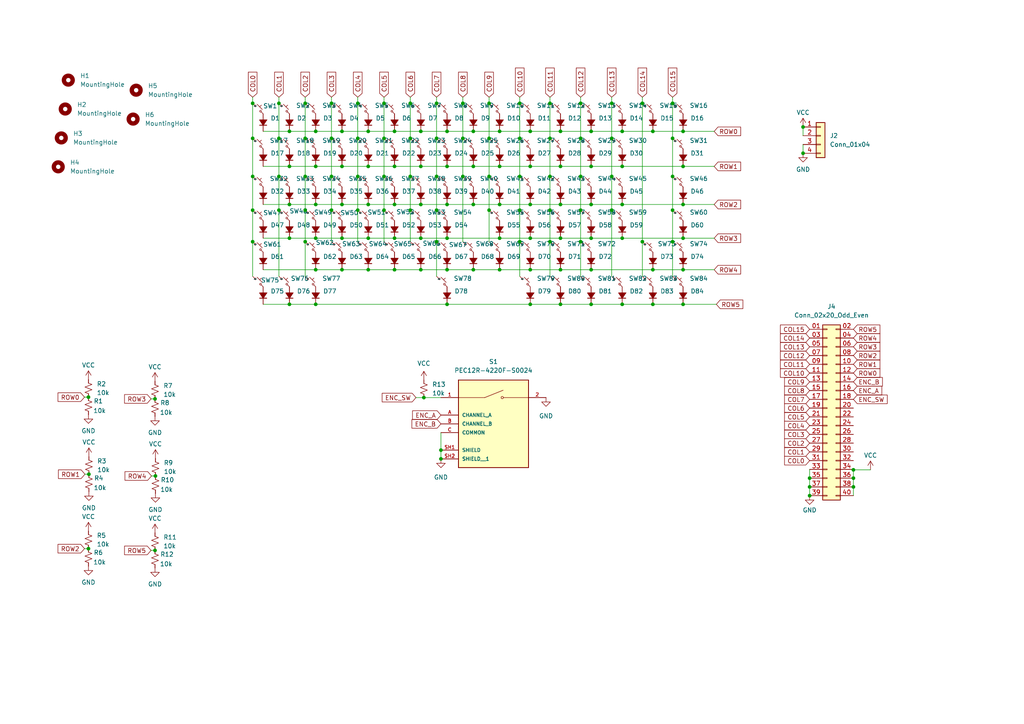
<source format=kicad_sch>
(kicad_sch (version 20250114) (generator "eeschema") (generator_version "9.0")
  (paper "A4")
  (junction (at 103.759 60.96))
  (junction (at 122.047 69.088))
  (junction (at 88.519 70.104))
  (junction (at 91.567 38.1))
  (junction (at 129.667 69.088))
  (junction (at 88.519 29.972))
  (junction (at 150.749 29.972))
  (junction (at 83.947 38.1))
  (junction (at 118.999 51.181))
  (junction (at 73.279 51.181))
  (junction (at 234.823 143.764))
  (junction (at 247.523 138.684))
  (junction (at 150.749 51.181))
  (junction (at 177.419 51.181))
  (junction (at 80.899 29.972))
  (junction (at 247.523 141.224))
  (junction (at 195.072 40.132))
  (junction (at 134.239 29.972))
  (junction (at 195.072 70.104))
  (junction (at 232.918 44.45))
  (junction (at 177.419 29.972))
  (junction (at 189.357 78.232))
  (junction (at 195.072 60.96))
  (junction (at 162.56 59.309))
  (junction (at 96.139 60.96))
  (junction (at 99.187 48.26))
  (junction (at 234.823 138.684))
  (junction (at 171.45 88.265))
  (junction (at 144.907 78.232))
  (junction (at 122.047 38.1))
  (junction (at 25.654 115.189))
  (junction (at 153.797 69.088))
  (junction (at 159.512 40.132))
  (junction (at 153.797 48.26))
  (junction (at 153.797 78.232))
  (junction (at 150.749 70.104))
  (junction (at 189.357 38.1))
  (junction (at 180.467 88.265))
  (junction (at 88.519 40.132))
  (junction (at 141.859 60.96))
  (junction (at 118.999 60.96))
  (junction (at 186.309 70.104))
  (junction (at 91.567 59.309))
  (junction (at 129.667 88.265))
  (junction (at 198.12 69.088))
  (junction (at 106.807 48.26))
  (junction (at 129.667 48.26))
  (junction (at 144.907 59.309))
  (junction (at 126.619 29.972))
  (junction (at 25.781 137.541))
  (junction (at 106.807 78.232))
  (junction (at 80.899 40.132))
  (junction (at 144.907 38.1))
  (junction (at 171.45 78.232))
  (junction (at 234.823 141.224))
  (junction (at 189.357 88.265))
  (junction (at 114.427 48.26))
  (junction (at 168.402 51.181))
  (junction (at 134.239 51.181))
  (junction (at 106.807 38.1))
  (junction (at 141.859 29.972))
  (junction (at 153.797 59.309))
  (junction (at 168.402 29.972))
  (junction (at 144.907 48.26))
  (junction (at 73.279 40.132))
  (junction (at 126.619 70.104))
  (junction (at 168.402 70.104))
  (junction (at 198.12 78.232))
  (junction (at 118.999 29.972))
  (junction (at 168.402 40.132))
  (junction (at 180.467 38.1))
  (junction (at 180.467 69.088))
  (junction (at 83.947 59.309))
  (junction (at 122.047 48.26))
  (junction (at 168.402 60.96))
  (junction (at 180.467 48.26))
  (junction (at 137.287 78.232))
  (junction (at 80.899 60.96))
  (junction (at 171.45 59.309))
  (junction (at 106.807 69.088))
  (junction (at 162.56 88.265))
  (junction (at 99.187 59.309))
  (junction (at 195.072 51.181))
  (junction (at 91.567 69.088))
  (junction (at 91.567 88.265))
  (junction (at 122.936 115.316))
  (junction (at 162.56 78.232))
  (junction (at 103.759 40.132))
  (junction (at 122.047 78.232))
  (junction (at 129.667 78.232))
  (junction (at 129.667 59.309))
  (junction (at 111.379 40.132))
  (junction (at 186.309 29.972))
  (junction (at 44.958 115.697))
  (junction (at 159.512 51.181))
  (junction (at 83.947 88.265))
  (junction (at 177.419 40.132))
  (junction (at 141.859 40.132))
  (junction (at 111.379 51.181))
  (junction (at 83.947 48.26))
  (junction (at 106.807 59.309))
  (junction (at 88.519 51.181))
  (junction (at 150.749 60.96))
  (junction (at 144.907 69.088))
  (junction (at 88.519 60.96))
  (junction (at 247.523 136.271))
  (junction (at 126.619 51.181))
  (junction (at 96.139 29.972))
  (junction (at 103.759 29.972))
  (junction (at 91.567 48.26))
  (junction (at 126.619 60.96))
  (junction (at 159.512 29.972))
  (junction (at 198.12 88.265))
  (junction (at 111.379 29.972))
  (junction (at 25.654 159.131))
  (junction (at 134.239 40.132))
  (junction (at 114.427 69.088))
  (junction (at 150.749 40.132))
  (junction (at 159.512 60.96))
  (junction (at 137.287 48.26))
  (junction (at 153.797 38.1))
  (junction (at 103.759 51.181))
  (junction (at 114.427 78.232))
  (junction (at 126.619 40.132))
  (junction (at 127.889 130.556))
  (junction (at 137.287 59.309))
  (junction (at 99.187 38.1))
  (junction (at 137.287 38.1))
  (junction (at 96.139 51.181))
  (junction (at 198.12 48.26))
  (junction (at 73.279 29.972))
  (junction (at 162.56 48.26))
  (junction (at 99.187 78.232))
  (junction (at 198.12 59.309))
  (junction (at 96.139 40.132))
  (junction (at 45.085 138.049))
  (junction (at 118.999 40.132))
  (junction (at 162.56 38.1))
  (junction (at 171.45 69.088))
  (junction (at 73.279 60.96))
  (junction (at 153.797 88.265))
  (junction (at 180.467 59.309))
  (junction (at 99.187 69.088))
  (junction (at 198.12 38.1))
  (junction (at 177.419 60.96))
  (junction (at 114.427 38.1))
  (junction (at 127.889 133.096))
  (junction (at 44.958 159.639))
  (junction (at 83.947 69.088))
  (junction (at 114.427 59.309))
  (junction (at 80.899 51.181))
  (junction (at 159.512 70.104))
  (junction (at 195.072 29.972))
  (junction (at 91.567 78.232))
  (junction (at 232.918 36.83))
  (junction (at 141.859 51.181))
  (junction (at 122.047 59.309))
  (junction (at 171.45 48.26))
  (junction (at 73.279 70.104))
  (junction (at 129.667 38.1))
  (junction (at 162.56 69.088))
  (junction (at 111.379 60.96))
  (junction (at 171.45 38.1))
  (wire (pts (xy 43.942 138.049) (xy 45.085 138.049)))
  (wire (pts (xy 153.797 59.309) (xy 162.56 59.309)))
  (wire (pts (xy 96.139 28.194) (xy 96.139 29.972)))
  (wire (pts (xy 144.907 38.1) (xy 153.797 38.1)))
  (wire (pts (xy 198.12 88.265) (xy 207.772 88.265)))
  (wire (pts (xy 111.379 28.194) (xy 111.379 29.972)))
  (wire (pts (xy 198.12 59.309) (xy 207.137 59.309)))
  (wire (pts (xy 234.823 143.764) (xy 234.95 143.764)))
  (wire (pts (xy 83.947 59.309) (xy 91.567 59.309)))
  (wire (pts (xy 198.12 38.1) (xy 207.137 38.1)))
  (wire (pts (xy 43.815 115.697) (xy 44.958 115.697)))
  (wire (pts (xy 180.467 59.309) (xy 198.12 59.309)))
  (wire (pts (xy 234.823 138.684) (xy 234.823 141.224)))
  (wire (pts (xy 195.072 40.132) (xy 195.072 51.181)))
  (wire (pts (xy 73.279 28.194) (xy 73.279 29.972)))
  (wire (pts (xy 73.279 40.132) (xy 73.279 51.181)))
  (wire (pts (xy 168.402 28.194) (xy 168.402 29.972)))
  (wire (pts (xy 162.56 38.1) (xy 171.45 38.1)))
  (wire (pts (xy 111.379 60.96) (xy 111.379 70.104)))
  (wire (pts (xy 127.889 130.556) (xy 127.889 133.096)))
  (wire (pts (xy 168.402 60.96) (xy 168.402 70.104)))
  (wire (pts (xy 137.287 38.1) (xy 144.907 38.1)))
  (wire (pts (xy 141.859 51.181) (xy 141.859 60.96)))
  (wire (pts (xy 144.907 78.232) (xy 153.797 78.232)))
  (wire (pts (xy 195.072 70.104) (xy 195.072 80.137)))
  (wire (pts (xy 171.45 59.309) (xy 180.467 59.309)))
  (wire (pts (xy 118.999 28.194) (xy 118.999 29.972)))
  (wire (pts (xy 88.519 28.194) (xy 88.519 29.972)))
  (wire (pts (xy 80.899 60.96) (xy 80.899 80.137)))
  (wire (pts (xy 99.187 69.088) (xy 106.807 69.088)))
  (wire (pts (xy 83.947 69.088) (xy 91.567 69.088)))
  (wire (pts (xy 247.523 141.224) (xy 247.523 143.764)))
  (wire (pts (xy 76.327 48.26) (xy 83.947 48.26)))
  (wire (pts (xy 171.45 38.1) (xy 180.467 38.1)))
  (wire (pts (xy 73.279 60.96) (xy 73.279 70.104)))
  (wire (pts (xy 232.918 41.91) (xy 232.918 44.45)))
  (wire (pts (xy 96.139 40.132) (xy 96.139 51.181)))
  (wire (pts (xy 189.357 88.265) (xy 198.12 88.265)))
  (wire (pts (xy 150.749 51.181) (xy 150.749 60.96)))
  (wire (pts (xy 103.759 60.96) (xy 103.759 70.104)))
  (wire (pts (xy 91.567 38.1) (xy 99.187 38.1)))
  (wire (pts (xy 137.287 59.309) (xy 144.907 59.309)))
  (wire (pts (xy 177.419 51.181) (xy 177.419 60.96)))
  (wire (pts (xy 106.807 59.309) (xy 114.427 59.309)))
  (wire (pts (xy 129.667 78.232) (xy 137.287 78.232)))
  (wire (pts (xy 162.56 88.265) (xy 171.45 88.265)))
  (wire (pts (xy 129.667 48.26) (xy 137.287 48.26)))
  (wire (pts (xy 129.667 69.088) (xy 144.907 69.088)))
  (wire (pts (xy 118.999 40.132) (xy 118.999 51.181)))
  (wire (pts (xy 198.12 48.26) (xy 207.137 48.26)))
  (wire (pts (xy 99.187 38.1) (xy 106.807 38.1)))
  (wire (pts (xy 180.467 69.088) (xy 198.12 69.088)))
  (wire (pts (xy 195.072 28.194) (xy 195.072 29.972)))
  (wire (pts (xy 234.823 141.224) (xy 234.823 143.764)))
  (wire (pts (xy 186.309 70.104) (xy 186.309 80.137)))
  (wire (pts (xy 88.519 60.96) (xy 88.519 70.104)))
  (wire (pts (xy 122.047 48.26) (xy 129.667 48.26)))
  (wire (pts (xy 114.427 69.088) (xy 122.047 69.088)))
  (wire (pts (xy 103.759 40.132) (xy 103.759 51.181)))
  (wire (pts (xy 91.567 69.088) (xy 99.187 69.088)))
  (wire (pts (xy 180.467 88.265) (xy 189.357 88.265)))
  (wire (pts (xy 99.187 48.26) (xy 106.807 48.26)))
  (wire (pts (xy 43.815 159.639) (xy 44.958 159.639)))
  (wire (pts (xy 177.419 60.96) (xy 177.419 80.137)))
  (wire (pts (xy 103.759 29.972) (xy 103.759 40.132)))
  (wire (pts (xy 24.511 115.189) (xy 25.654 115.189)))
  (wire (pts (xy 189.357 78.232) (xy 198.12 78.232)))
  (wire (pts (xy 73.279 29.972) (xy 73.279 40.132)))
  (wire (pts (xy 80.899 28.194) (xy 80.899 29.972)))
  (wire (pts (xy 189.357 38.1) (xy 198.12 38.1)))
  (wire (pts (xy 134.239 29.972) (xy 134.239 40.132)))
  (wire (pts (xy 159.512 70.104) (xy 159.512 80.137)))
  (wire (pts (xy 126.619 28.194) (xy 126.619 29.972)))
  (wire (pts (xy 232.918 36.83) (xy 232.918 39.37)))
  (wire (pts (xy 114.427 38.1) (xy 122.047 38.1)))
  (wire (pts (xy 106.807 78.232) (xy 114.427 78.232)))
  (wire (pts (xy 129.667 88.265) (xy 153.797 88.265)))
  (wire (pts (xy 76.327 69.088) (xy 83.947 69.088)))
  (wire (pts (xy 114.427 78.232) (xy 122.047 78.232)))
  (wire (pts (xy 162.56 59.309) (xy 171.45 59.309)))
  (wire (pts (xy 168.402 40.132) (xy 168.402 51.181)))
  (wire (pts (xy 150.749 40.132) (xy 150.749 51.181)))
  (wire (pts (xy 114.427 59.309) (xy 122.047 59.309)))
  (wire (pts (xy 83.947 88.265) (xy 91.567 88.265)))
  (wire (pts (xy 134.239 28.194) (xy 134.239 29.972)))
  (wire (pts (xy 141.859 28.194) (xy 141.859 29.972)))
  (wire (pts (xy 114.427 48.26) (xy 122.047 48.26)))
  (wire (pts (xy 80.899 51.181) (xy 80.899 60.96)))
  (wire (pts (xy 234.95 143.764) (xy 234.95 143.891)))
  (wire (pts (xy 252.476 136.271) (xy 247.523 136.271)))
  (wire (pts (xy 150.749 70.104) (xy 150.749 80.137)))
  (wire (pts (xy 99.187 59.309) (xy 106.807 59.309)))
  (wire (pts (xy 118.999 29.972) (xy 118.999 40.132)))
  (wire (pts (xy 126.619 70.104) (xy 126.619 80.137)))
  (wire (pts (xy 153.797 78.232) (xy 162.56 78.232)))
  (wire (pts (xy 122.047 69.088) (xy 129.667 69.088)))
  (wire (pts (xy 122.936 115.316) (xy 127.889 115.316)))
  (wire (pts (xy 126.619 60.96) (xy 126.619 70.104)))
  (wire (pts (xy 126.619 40.132) (xy 126.619 51.181)))
  (wire (pts (xy 177.419 29.972) (xy 177.419 40.132)))
  (wire (pts (xy 159.512 29.972) (xy 159.512 40.132)))
  (wire (pts (xy 122.047 38.1) (xy 129.667 38.1)))
  (wire (pts (xy 153.797 88.265) (xy 162.56 88.265)))
  (wire (pts (xy 168.402 29.972) (xy 168.402 40.132)))
  (wire (pts (xy 83.947 48.26) (xy 91.567 48.26)))
  (wire (pts (xy 141.859 40.132) (xy 141.859 51.181)))
  (wire (pts (xy 137.287 78.232) (xy 144.907 78.232)))
  (wire (pts (xy 103.759 51.181) (xy 103.759 60.96)))
  (wire (pts (xy 96.139 29.972) (xy 96.139 40.132)))
  (wire (pts (xy 153.797 69.088) (xy 162.56 69.088)))
  (wire (pts (xy 129.667 59.309) (xy 137.287 59.309)))
  (wire (pts (xy 99.187 78.232) (xy 106.807 78.232)))
  (wire (pts (xy 171.45 69.088) (xy 180.467 69.088)))
  (wire (pts (xy 247.523 136.144) (xy 247.523 136.271)))
  (wire (pts (xy 141.859 29.972) (xy 141.859 40.132)))
  (wire (pts (xy 126.619 51.181) (xy 126.619 60.96)))
  (wire (pts (xy 198.12 69.088) (xy 207.137 69.088)))
  (wire (pts (xy 96.139 51.181) (xy 96.139 60.96)))
  (wire (pts (xy 88.519 51.181) (xy 88.519 60.96)))
  (wire (pts (xy 126.619 29.972) (xy 126.619 40.132)))
  (wire (pts (xy 150.749 28.194) (xy 150.749 29.972)))
  (wire (pts (xy 88.519 29.972) (xy 88.519 40.132)))
  (wire (pts (xy 83.947 38.1) (xy 91.567 38.1)))
  (wire (pts (xy 234.823 136.144) (xy 234.823 138.684)))
  (wire (pts (xy 129.667 38.1) (xy 137.287 38.1)))
  (wire (pts (xy 195.072 60.96) (xy 195.072 70.104)))
  (wire (pts (xy 234.823 143.891) (xy 234.823 143.764)))
  (wire (pts (xy 247.523 138.684) (xy 247.523 141.224)))
  (wire (pts (xy 186.309 28.194) (xy 186.309 29.972)))
  (wire (pts (xy 96.139 60.96) (xy 96.139 70.104)))
  (wire (pts (xy 106.807 48.26) (xy 114.427 48.26)))
  (wire (pts (xy 144.907 69.088) (xy 153.797 69.088)))
  (wire (pts (xy 80.899 29.972) (xy 80.899 40.132)))
  (wire (pts (xy 168.402 51.181) (xy 168.402 60.96)))
  (wire (pts (xy 122.047 78.232) (xy 129.667 78.232)))
  (wire (pts (xy 120.65 115.316) (xy 122.936 115.316)))
  (wire (pts (xy 144.907 48.26) (xy 153.797 48.26)))
  (wire (pts (xy 141.859 60.96) (xy 141.859 70.104)))
  (wire (pts (xy 180.467 48.26) (xy 198.12 48.26)))
  (wire (pts (xy 153.797 38.1) (xy 162.56 38.1)))
  (wire (pts (xy 88.519 40.132) (xy 88.519 51.181)))
  (wire (pts (xy 195.072 51.181) (xy 195.072 60.96)))
  (wire (pts (xy 88.519 70.104) (xy 88.519 80.137)))
  (wire (pts (xy 24.638 137.541) (xy 25.781 137.541)))
  (wire (pts (xy 91.567 78.232) (xy 99.187 78.232)))
  (wire (pts (xy 111.379 51.181) (xy 111.379 60.96)))
  (wire (pts (xy 103.759 28.194) (xy 103.759 29.972)))
  (wire (pts (xy 76.327 38.1) (xy 83.947 38.1)))
  (wire (pts (xy 186.309 29.972) (xy 186.309 70.104)))
  (wire (pts (xy 177.419 40.132) (xy 177.419 51.181)))
  (wire (pts (xy 159.512 51.181) (xy 159.512 60.96)))
  (wire (pts (xy 91.567 48.26) (xy 99.187 48.26)))
  (wire (pts (xy 106.807 38.1) (xy 114.427 38.1)))
  (wire (pts (xy 171.45 78.232) (xy 189.357 78.232)))
  (wire (pts (xy 91.567 88.265) (xy 129.667 88.265)))
  (wire (pts (xy 118.999 51.181) (xy 118.999 60.96)))
  (wire (pts (xy 195.072 29.972) (xy 195.072 40.132)))
  (wire (pts (xy 118.999 60.96) (xy 118.999 70.104)))
  (wire (pts (xy 247.523 136.271) (xy 247.523 138.684)))
  (wire (pts (xy 168.402 70.104) (xy 168.402 80.137)))
  (wire (pts (xy 144.907 59.309) (xy 153.797 59.309)))
  (wire (pts (xy 171.45 48.26) (xy 180.467 48.26)))
  (wire (pts (xy 91.567 59.309) (xy 99.187 59.309)))
  (wire (pts (xy 180.467 38.1) (xy 189.357 38.1)))
  (wire (pts (xy 80.899 40.132) (xy 80.899 51.181)))
  (wire (pts (xy 198.12 78.232) (xy 207.137 78.232)))
  (wire (pts (xy 150.749 29.972) (xy 150.749 40.132)))
  (wire (pts (xy 159.512 60.96) (xy 159.512 70.104)))
  (wire (pts (xy 234.95 143.891) (xy 234.823 143.891)))
  (wire (pts (xy 76.327 78.232) (xy 91.567 78.232)))
  (wire (pts (xy 76.327 59.309) (xy 83.947 59.309)))
  (wire (pts (xy 153.797 48.26) (xy 162.56 48.26)))
  (wire (pts (xy 122.047 59.309) (xy 129.667 59.309)))
  (wire (pts (xy 162.56 78.232) (xy 171.45 78.232)))
  (wire (pts (xy 162.56 69.088) (xy 171.45 69.088)))
  (wire (pts (xy 159.512 28.194) (xy 159.512 29.972)))
  (wire (pts (xy 111.379 40.132) (xy 111.379 51.181)))
  (wire (pts (xy 24.511 159.131) (xy 25.654 159.131)))
  (wire (pts (xy 159.512 40.132) (xy 159.512 51.181)))
  (wire (pts (xy 73.279 51.181) (xy 73.279 60.96)))
  (wire (pts (xy 134.239 51.181) (xy 134.239 70.104)))
  (wire (pts (xy 171.45 88.265) (xy 180.467 88.265)))
  (wire (pts (xy 106.807 69.088) (xy 114.427 69.088)))
  (wire (pts (xy 127.889 125.476) (xy 127.889 130.556)))
  (wire (pts (xy 134.239 40.132) (xy 134.239 51.181)))
  (wire (pts (xy 137.287 48.26) (xy 144.907 48.26)))
  (wire (pts (xy 111.379 29.972) (xy 111.379 40.132)))
  (wire (pts (xy 177.419 28.194) (xy 177.419 29.972)))
  (wire (pts (xy 76.327 88.265) (xy 83.947 88.265)))
  (wire (pts (xy 150.749 60.96) (xy 150.749 70.104)))
  (wire (pts (xy 73.279 70.104) (xy 73.279 80.137)))
  (wire (pts (xy 162.56 48.26) (xy 171.45 48.26)))
  (global_label "COL14" (shape input) (at 234.823 98.044 180) (property "Intersheetrefs" "${INTERSHEET_REFS}" (effects (hide yes))))
  (global_label "ENC_B" (shape input) (at 247.523 110.744 0) (property "Intersheetrefs" "${INTERSHEET_REFS}" (effects (hide yes))))
  (global_label "COL13" (shape input) (at 234.823 100.584 180) (property "Intersheetrefs" "${INTERSHEET_REFS}" (effects (hide yes))))
  (global_label "ROW5" (shape input) (at 207.772 88.265 0) (property "Intersheetrefs" "${INTERSHEET_REFS}" (effects (hide yes))))
  (global_label "ROW2" (shape input) (at 24.511 159.131 180) (property "Intersheetrefs" "${INTERSHEET_REFS}" (effects (hide yes))))
  (global_label "ENC_A" (shape input) (at 247.523 113.284 0) (property "Intersheetrefs" "${INTERSHEET_REFS}" (effects (hide yes))))
  (global_label "COL11" (shape input) (at 159.512 28.194 90) (property "Intersheetrefs" "${INTERSHEET_REFS}" (effects (hide yes))))
  (global_label "ROW3" (shape input) (at 247.523 100.584 0) (property "Intersheetrefs" "${INTERSHEET_REFS}" (effects (hide yes))))
  (global_label "COL12" (shape input) (at 168.402 28.194 90) (property "Intersheetrefs" "${INTERSHEET_REFS}" (effects (hide yes))))
  (global_label "COL10" (shape input) (at 150.749 28.194 90) (property "Intersheetrefs" "${INTERSHEET_REFS}" (effects (hide yes))))
  (global_label "COL11" (shape input) (at 234.823 105.664 180) (property "Intersheetrefs" "${INTERSHEET_REFS}" (effects (hide yes))))
  (global_label "COL1" (shape input) (at 234.823 131.064 180) (property "Intersheetrefs" "${INTERSHEET_REFS}" (effects (hide yes))))
  (global_label "ROW1" (shape input) (at 247.523 105.664 0) (property "Intersheetrefs" "${INTERSHEET_REFS}" (effects (hide yes))))
  (global_label "COL8" (shape input) (at 234.823 113.284 180) (property "Intersheetrefs" "${INTERSHEET_REFS}" (effects (hide yes))))
  (global_label "ENC_B" (shape input) (at 127.889 122.936 180) (property "Intersheetrefs" "${INTERSHEET_REFS}" (effects (hide yes))))
  (global_label "COL0" (shape input) (at 73.279 28.194 90) (property "Intersheetrefs" "${INTERSHEET_REFS}" (effects (hide yes))))
  (global_label "ROW4" (shape input) (at 43.942 138.049 180) (property "Intersheetrefs" "${INTERSHEET_REFS}" (effects (hide yes))))
  (global_label "ROW4" (shape input) (at 207.137 78.232 0) (property "Intersheetrefs" "${INTERSHEET_REFS}" (effects (hide yes))))
  (global_label "ENC_SW" (shape input) (at 120.65 115.316 180) (property "Intersheetrefs" "${INTERSHEET_REFS}" (effects (hide yes))))
  (global_label "COL12" (shape input) (at 234.823 103.124 180) (property "Intersheetrefs" "${INTERSHEET_REFS}" (effects (hide yes))))
  (global_label "COL0" (shape input) (at 234.823 133.604 180) (property "Intersheetrefs" "${INTERSHEET_REFS}" (effects (hide yes))))
  (global_label "COL1" (shape input) (at 80.899 28.194 90) (property "Intersheetrefs" "${INTERSHEET_REFS}" (effects (hide yes))))
  (global_label "COL5" (shape input) (at 111.379 28.194 90) (property "Intersheetrefs" "${INTERSHEET_REFS}" (effects (hide yes))))
  (global_label "ROW1" (shape input) (at 207.137 48.26 0) (property "Intersheetrefs" "${INTERSHEET_REFS}" (effects (hide yes))))
  (global_label "COL6" (shape input) (at 234.823 118.364 180) (property "Intersheetrefs" "${INTERSHEET_REFS}" (effects (hide yes))))
  (global_label "COL10" (shape input) (at 234.823 108.204 180) (property "Intersheetrefs" "${INTERSHEET_REFS}" (effects (hide yes))))
  (global_label "ROW2" (shape input) (at 247.523 103.124 0) (property "Intersheetrefs" "${INTERSHEET_REFS}" (effects (hide yes))))
  (global_label "ROW0" (shape input) (at 24.511 115.189 180) (property "Intersheetrefs" "${INTERSHEET_REFS}" (effects (hide yes))))
  (global_label "COL13" (shape input) (at 177.419 28.194 90) (property "Intersheetrefs" "${INTERSHEET_REFS}" (effects (hide yes))))
  (global_label "COL4" (shape input) (at 234.823 123.444 180) (property "Intersheetrefs" "${INTERSHEET_REFS}" (effects (hide yes))))
  (global_label "COL6" (shape input) (at 118.999 28.194 90) (property "Intersheetrefs" "${INTERSHEET_REFS}" (effects (hide yes))))
  (global_label "COL7" (shape input) (at 234.823 115.824 180) (property "Intersheetrefs" "${INTERSHEET_REFS}" (effects (hide yes))))
  (global_label "ROW2" (shape input) (at 207.137 59.309 0) (property "Intersheetrefs" "${INTERSHEET_REFS}" (effects (hide yes))))
  (global_label "COL2" (shape input) (at 88.519 28.194 90) (property "Intersheetrefs" "${INTERSHEET_REFS}" (effects (hide yes))))
  (global_label "ROW3" (shape input) (at 207.137 69.088 0) (property "Intersheetrefs" "${INTERSHEET_REFS}" (effects (hide yes))))
  (global_label "COL15" (shape input) (at 234.823 95.504 180) (property "Intersheetrefs" "${INTERSHEET_REFS}" (effects (hide yes))))
  (global_label "COL4" (shape input) (at 103.759 28.194 90) (property "Intersheetrefs" "${INTERSHEET_REFS}" (effects (hide yes))))
  (global_label "ROW4" (shape input) (at 247.523 98.044 0) (property "Intersheetrefs" "${INTERSHEET_REFS}" (effects (hide yes))))
  (global_label "COL3" (shape input) (at 96.139 28.194 90) (property "Intersheetrefs" "${INTERSHEET_REFS}" (effects (hide yes))))
  (global_label "COL9" (shape input) (at 141.859 28.194 90) (property "Intersheetrefs" "${INTERSHEET_REFS}" (effects (hide yes))))
  (global_label "COL9" (shape input) (at 234.823 110.744 180) (property "Intersheetrefs" "${INTERSHEET_REFS}" (effects (hide yes))))
  (global_label "COL7" (shape input) (at 126.619 28.194 90) (property "Intersheetrefs" "${INTERSHEET_REFS}" (effects (hide yes))))
  (global_label "ROW0" (shape input) (at 207.137 38.1 0) (property "Intersheetrefs" "${INTERSHEET_REFS}" (effects (hide yes))))
  (global_label "ROW3" (shape input) (at 43.815 115.697 180) (property "Intersheetrefs" "${INTERSHEET_REFS}" (effects (hide yes))))
  (global_label "ROW1" (shape input) (at 24.638 137.541 180) (property "Intersheetrefs" "${INTERSHEET_REFS}" (effects (hide yes))))
  (global_label "ENC_SW" (shape input) (at 247.523 115.824 0) (property "Intersheetrefs" "${INTERSHEET_REFS}" (effects (hide yes))))
  (global_label "COL8" (shape input) (at 134.239 28.194 90) (property "Intersheetrefs" "${INTERSHEET_REFS}" (effects (hide yes))))
  (global_label "ROW5" (shape input) (at 247.523 95.504 0) (property "Intersheetrefs" "${INTERSHEET_REFS}" (effects (hide yes))))
  (global_label "COL15" (shape input) (at 195.072 28.194 90) (property "Intersheetrefs" "${INTERSHEET_REFS}" (effects (hide yes))))
  (global_label "COL14" (shape input) (at 186.309 28.194 90) (property "Intersheetrefs" "${INTERSHEET_REFS}" (effects (hide yes))))
  (global_label "COL3" (shape input) (at 234.823 125.984 180) (property "Intersheetrefs" "${INTERSHEET_REFS}" (effects (hide yes))))
  (global_label "COL2" (shape input) (at 234.823 128.524 180) (property "Intersheetrefs" "${INTERSHEET_REFS}" (effects (hide yes))))
  (global_label "COL5" (shape input) (at 234.823 120.904 180) (property "Intersheetrefs" "${INTERSHEET_REFS}" (effects (hide yes))))
  (global_label "ROW5" (shape input) (at 43.815 159.639 180) (property "Intersheetrefs" "${INTERSHEET_REFS}" (effects (hide yes))))
  (global_label "ROW0" (shape input) (at 247.523 108.204 0) (property "Intersheetrefs" "${INTERSHEET_REFS}" (effects (hide yes))))
  (global_label "ENC_A" (shape input) (at 127.889 120.396 180) (property "Intersheetrefs" "${INTERSHEET_REFS}" (effects (hide yes))))
  (symbol (lib_id "Keyboard:KeySwitch_45") (at 81.661 51.943 0) (unit 1)
    (property "Reference" "SW33" (at 85.852 51.816 0) (effects (justify left)))
    (property "Value" "~" (at 81.661 51.943 0))
    (property "Footprint" "Button_Switch_Keyboard:SW_Cherry_MX_1.00u_PCB" (effects (hide yes)))
  )
  (symbol (lib_id "Keyboard:KeySwitch_45") (at 119.761 51.943 0) (unit 1)
    (property "Reference" "SW38" (at 123.952 51.816 0) (effects (justify left)))
    (property "Value" "~" (at 119.761 51.943 0))
    (property "Footprint" "Button_Switch_Keyboard:SW_Cherry_MX_1.00u_PCB" (effects (hide yes)))
  )
  (symbol (lib_id "Mechanical:MountingHole") (at 19.812 23.241 0) (unit 1)
    (property "Reference" "H1" (at 23.241 21.971 0) (effects (justify left)))
    (property "Value" "MountingHole" (at 23.241 24.511 0) (effects (justify left)))
    (property "Footprint" "MountingHole:MountingHole_3.2mm_M3_Pad_Via" (effects (hide yes)))
  )
  (symbol (lib_id "Keyboard:KeySwitch_45") (at 74.041 70.866 0) (unit 1)
    (property "Reference" "SW61" (at 76.327 70.866 0) (effects (justify left)))
    (property "Value" "~" (at 74.041 70.866 0))
    (property "Footprint" "Button_Switch_Keyboard:SW_Cherry_MX_2.25u_PCB" (effects (hide yes)))
  )
  (symbol (lib_id "Keyboard:KeySwitch_45") (at 187.071 30.734 0) (unit 1)
    (property "Reference" "SW15" (at 191.262 30.607 0) (effects (justify left)))
    (property "Value" "~" (at 187.071 30.734 0))
    (property "Footprint" "Button_Switch_Keyboard:SW_Cherry_MX_1.00u_PCB" (effects (hide yes)))
  )
  (symbol (lib_id "Device:D_Small_Filled") (at 122.047 35.56 90) (unit 1)
    (property "Reference" "D7" (at 124.206 34.29 90) (effects (justify right)))
    (property "Value" "D_Small_Filled" (effects (hide yes)))
    (property "Footprint" "Diode_SMD:D_0805_2012Metric_Pad1.15x1.40mm_HandSolder" (effects (hide yes)))
    (property "Sim.Device" "D" (effects (hide yes)))
    (property "Sim.Pins" "1=K 2=A" (effects (hide yes)))
  )
  (symbol (lib_id "Device:D_Small_Filled") (at 129.667 66.548 90) (unit 1)
    (property "Reference" "D54" (at 131.826 65.278 90) (effects (justify right)))
    (property "Value" "D_Small_Filled" (effects (hide yes)))
    (property "Footprint" "Diode_SMD:D_0805_2012Metric_Pad1.15x1.40mm_HandSolder" (effects (hide yes)))
    (property "Sim.Device" "D" (effects (hide yes)))
    (property "Sim.Pins" "1=K 2=A" (effects (hide yes)))
  )
  (symbol (lib_id "Keyboard:KeySwitch_45") (at 169.164 40.894 0) (unit 1)
    (property "Reference" "SW29" (at 173.355 40.767 0) (effects (justify left)))
    (property "Value" "~" (at 169.164 40.894 0))
    (property "Footprint" "Button_Switch_Keyboard:SW_Cherry_MX_1.00u_PCB" (effects (hide yes)))
  )
  (symbol (lib_id "Keyboard:KeySwitch_45") (at 119.761 30.734 0) (unit 1)
    (property "Reference" "SW7" (at 123.952 30.607 0) (effects (justify left)))
    (property "Value" "~" (at 119.761 30.734 0))
    (property "Footprint" "Button_Switch_Keyboard:SW_Cherry_MX_1.00u_PCB" (effects (hide yes)))
  )
  (symbol (lib_id "Device:D_Small_Filled") (at 198.12 45.72 90) (unit 1)
    (property "Reference" "D31" (at 200.279 44.45 90) (effects (justify right)))
    (property "Value" "D_Small_Filled" (effects (hide yes)))
    (property "Footprint" "Diode_SMD:D_0805_2012Metric_Pad1.15x1.40mm_HandSolder" (effects (hide yes)))
    (property "Sim.Device" "D" (effects (hide yes)))
    (property "Sim.Pins" "1=K 2=A" (effects (hide yes)))
  )
  (symbol (lib_id "power:GND") (at 25.781 142.621 0) (unit 1)
    (property "Reference" "#PWR06" (effects (hide yes)))
    (property "Value" "GND" (at 25.781 147.32 0))
  )
  (symbol (lib_id "Device:D_Small_Filled") (at 153.797 35.56 90) (unit 1)
    (property "Reference" "D11" (at 155.956 34.29 90) (effects (justify right)))
    (property "Value" "D_Small_Filled" (effects (hide yes)))
    (property "Footprint" "Diode_SMD:D_0805_2012Metric_Pad1.15x1.40mm_HandSolder" (effects (hide yes)))
    (property "Sim.Device" "D" (effects (hide yes)))
    (property "Sim.Pins" "1=K 2=A" (effects (hide yes)))
  )
  (symbol (lib_id "Keyboard:KeySwitch_45") (at 142.621 30.734 0) (unit 1)
    (property "Reference" "SW10" (at 146.812 30.607 0) (effects (justify left)))
    (property "Value" "~" (at 142.621 30.734 0))
    (property "Footprint" "Button_Switch_Keyboard:SW_Cherry_MX_1.00u_PCB" (effects (hide yes)))
  )
  (symbol (lib_id "Keyboard:KeySwitch_45") (at 160.274 40.894 0) (unit 1)
    (property "Reference" "SW28" (at 164.465 40.767 0) (effects (justify left)))
    (property "Value" "~" (at 160.274 40.894 0))
    (property "Footprint" "Button_Switch_Keyboard:SW_Cherry_MX_1.00u_PCB" (effects (hide yes)))
  )
  (symbol (lib_id "Device:R_Small_US") (at 44.958 157.099 0) (unit 1)
    (property "Reference" "R11" (at 47.371 155.829 0) (effects (justify left)))
    (property "Value" "10k" (at 47.371 158.369 0) (effects (justify left)))
    (property "Footprint" "Resistor_SMD:R_0805_2012Metric_Pad1.20x1.40mm_HandSolder" (effects (hide yes)))
  )
  (symbol (lib_id "Keyboard:KeySwitch_45") (at 112.141 61.722 0) (unit 1)
    (property "Reference" "SW52" (at 114.935 61.468 0) (effects (justify left)))
    (property "Value" "~" (at 112.141 61.722 0))
    (property "Footprint" "Button_Switch_Keyboard:SW_Cherry_MX_1.00u_PCB" (effects (hide yes)))
  )
  (symbol (lib_id "Keyboard:KeySwitch_45") (at 112.141 70.866 0) (unit 1)
    (property "Reference" "SW65" (at 114.173 70.739 0) (effects (justify left)))
    (property "Value" "~" (at 112.141 70.866 0))
    (property "Footprint" "Button_Switch_Keyboard:SW_Cherry_MX_1.00u_PCB" (effects (hide yes)))
  )
  (symbol (lib_id "Device:D_Small_Filled") (at 162.56 56.769 90) (unit 1)
    (property "Reference" "D43" (at 164.719 55.499 90) (effects (justify right)))
    (property "Value" "D_Small_Filled" (effects (hide yes)))
    (property "Footprint" "Diode_SMD:D_0805_2012Metric_Pad1.15x1.40mm_HandSolder" (effects (hide yes)))
    (property "Sim.Device" "D" (effects (hide yes)))
    (property "Sim.Pins" "1=K 2=A" (effects (hide yes)))
  )
  (symbol (lib_id "Device:D_Small_Filled") (at 91.567 75.692 90) (unit 1)
    (property "Reference" "D62" (at 93.726 74.422 90) (effects (justify right)))
    (property "Value" "D_Small_Filled" (effects (hide yes)))
    (property "Footprint" "Diode_SMD:D_0805_2012Metric_Pad1.15x1.40mm_HandSolder" (effects (hide yes)))
    (property "Sim.Device" "D" (effects (hide yes)))
    (property "Sim.Pins" "1=K 2=A" (effects (hide yes)))
  )
  (symbol (lib_id "Device:D_Small_Filled") (at 198.12 56.769 90) (unit 1)
    (property "Reference" "D46" (at 200.279 55.499 90) (effects (justify right)))
    (property "Value" "D_Small_Filled" (effects (hide yes)))
    (property "Footprint" "Diode_SMD:D_0805_2012Metric_Pad1.15x1.40mm_HandSolder" (effects (hide yes)))
    (property "Sim.Device" "D" (effects (hide yes)))
    (property "Sim.Pins" "1=K 2=A" (effects (hide yes)))
  )
  (symbol (lib_id "Keyboard:KeySwitch_45") (at 151.511 30.734 0) (unit 1)
    (property "Reference" "SW11" (at 155.702 30.607 0) (effects (justify left)))
    (property "Value" "~" (at 151.511 30.734 0))
    (property "Footprint" "Button_Switch_Keyboard:SW_Cherry_MX_1.00u_PCB" (effects (hide yes)))
  )
  (symbol (lib_id "Keyboard:KeySwitch_45") (at 160.274 80.899 0) (unit 1)
    (property "Reference" "SW80" (at 164.465 80.772 0) (effects (justify left)))
    (property "Value" "~" (at 160.274 80.899 0))
    (property "Footprint" "Button_Switch_Keyboard:SW_Cherry_MX_1.00u_PCB" (effects (hide yes)))
  )
  (symbol (lib_id "Keyboard:KeySwitch_45") (at 89.281 40.894 0) (unit 1)
    (property "Reference" "SW19" (at 93.472 40.767 0) (effects (justify left)))
    (property "Value" "~" (at 89.281 40.894 0))
    (property "Footprint" "Button_Switch_Keyboard:SW_Cherry_MX_1.00u_PCB" (effects (hide yes)))
  )
  (symbol (lib_id "Keyboard:KeySwitch_45") (at 112.141 30.734 0) (unit 1)
    (property "Reference" "SW6" (at 116.332 30.607 0) (effects (justify left)))
    (property "Value" "~" (at 112.141 30.734 0))
    (property "Footprint" "Button_Switch_Keyboard:SW_Cherry_MX_1.00u_PCB" (effects (hide yes)))
  )
  (symbol (lib_id "Keyboard:KeySwitch_45") (at 195.834 51.943 0) (unit 1)
    (property "Reference" "SW46" (at 200.025 51.816 0) (effects (justify left)))
    (property "Value" "~" (at 195.834 51.943 0))
    (property "Footprint" "Button_Switch_Keyboard:SW_Cherry_MX_1.00u_PCB" (effects (hide yes)))
  )
  (symbol (lib_id "Keyboard:KeySwitch_45") (at 119.761 40.894 0) (unit 1)
    (property "Reference" "SW23" (at 123.952 40.767 0) (effects (justify left)))
    (property "Value" "~" (at 119.761 40.894 0))
    (property "Footprint" "Button_Switch_Keyboard:SW_Cherry_MX_1.00u_PCB" (effects (hide yes)))
  )
  (symbol (lib_id "Keyboard:KeySwitch_45") (at 142.621 51.943 0) (unit 1)
    (property "Reference" "SW41" (at 146.812 51.816 0) (effects (justify left)))
    (property "Value" "~" (at 142.621 51.943 0))
    (property "Footprint" "Button_Switch_Keyboard:SW_Cherry_MX_1.00u_PCB" (effects (hide yes)))
  )
  (symbol (lib_id "Device:D_Small_Filled") (at 129.667 75.692 90) (unit 1)
    (property "Reference" "D67" (at 131.826 74.422 90) (effects (justify right)))
    (property "Value" "D_Small_Filled" (effects (hide yes)))
    (property "Footprint" "Diode_SMD:D_0805_2012Metric_Pad1.15x1.40mm_HandSolder" (effects (hide yes)))
    (property "Sim.Device" "D" (effects (hide yes)))
    (property "Sim.Pins" "1=K 2=A" (effects (hide yes)))
  )
  (symbol (lib_id "Device:R_Small_US") (at 44.958 113.157 0) (unit 1)
    (property "Reference" "R7" (at 47.371 111.887 0) (effects (justify left)))
    (property "Value" "10k" (at 47.371 114.427 0) (effects (justify left)))
    (property "Footprint" "Resistor_SMD:R_0805_2012Metric_Pad1.20x1.40mm_HandSolder" (effects (hide yes)))
  )
  (symbol (lib_id "Keyboard:KeySwitch_45") (at 135.001 40.894 0) (unit 1)
    (property "Reference" "SW25" (at 139.192 40.767 0) (effects (justify left)))
    (property "Value" "~" (at 135.001 40.894 0))
    (property "Footprint" "Button_Switch_Keyboard:SW_Cherry_MX_1.00u_PCB" (effects (hide yes)))
  )
  (symbol (lib_id "Device:D_Small_Filled") (at 83.947 35.56 90) (unit 1)
    (property "Reference" "D2" (at 86.106 34.29 90) (effects (justify right)))
    (property "Value" "D_Small_Filled" (effects (hide yes)))
    (property "Footprint" "Diode_SMD:D_0805_2012Metric_Pad1.15x1.40mm_HandSolder" (effects (hide yes)))
    (property "Sim.Device" "D" (effects (hide yes)))
    (property "Sim.Pins" "1=K 2=A" (effects (hide yes)))
  )
  (symbol (lib_id "Device:D_Small_Filled") (at 76.327 45.72 90) (unit 1)
    (property "Reference" "D17" (at 78.486 44.45 90) (effects (justify right)))
    (property "Value" "D_Small_Filled" (effects (hide yes)))
    (property "Footprint" "Diode_SMD:D_0805_2012Metric_Pad1.15x1.40mm_HandSolder" (effects (hide yes)))
    (property "Sim.Device" "D" (effects (hide yes)))
    (property "Sim.Pins" "1=K 2=A" (effects (hide yes)))
  )
  (symbol (lib_id "power:VCC") (at 44.958 154.559 0) (mirror y) (unit 1)
    (property "Reference" "#PWR013" (effects (hide yes)))
    (property "Value" "VCC" (at 44.958 150.368 0))
  )
  (symbol (lib_id "Device:R_Small_US") (at 25.654 112.649 0) (unit 1)
    (property "Reference" "R2" (at 28.067 111.379 0) (effects (justify left)))
    (property "Value" "10k" (at 28.067 113.919 0) (effects (justify left)))
    (property "Footprint" "Resistor_SMD:R_0805_2012Metric_Pad1.20x1.40mm_HandSolder" (effects (hide yes)))
  )
  (symbol (lib_id "Device:D_Small_Filled") (at 171.45 85.725 90) (unit 1)
    (property "Reference" "D81" (at 173.609 84.455 90) (effects (justify right)))
    (property "Value" "D_Small_Filled" (effects (hide yes)))
    (property "Footprint" "Diode_SMD:D_0805_2012Metric_Pad1.15x1.40mm_HandSolder" (effects (hide yes)))
    (property "Sim.Device" "D" (effects (hide yes)))
    (property "Sim.Pins" "1=K 2=A" (effects (hide yes)))
  )
  (symbol (lib_id "Keyboard:KeySwitch_45") (at 135.001 70.866 0) (unit 1)
    (property "Reference" "SW68" (at 137.922 70.739 0) (effects (justify left)))
    (property "Value" "~" (at 135.001 70.866 0))
    (property "Footprint" "Button_Switch_Keyboard:SW_Cherry_MX_1.00u_PCB" (effects (hide yes)))
  )
  (symbol (lib_id "Device:D_Small_Filled") (at 91.567 45.72 90) (unit 1)
    (property "Reference" "D19" (at 93.726 44.45 90) (effects (justify right)))
    (property "Value" "D_Small_Filled" (effects (hide yes)))
    (property "Footprint" "Diode_SMD:D_0805_2012Metric_Pad1.15x1.40mm_HandSolder" (effects (hide yes)))
    (property "Sim.Device" "D" (effects (hide yes)))
    (property "Sim.Pins" "1=K 2=A" (effects (hide yes)))
  )
  (symbol (lib_id "Keyboard:KeySwitch_45") (at 104.521 61.722 0) (unit 1)
    (property "Reference" "SW51" (at 106.553 61.595 0) (effects (justify left)))
    (property "Value" "~" (at 104.521 61.722 0))
    (property "Footprint" "Button_Switch_Keyboard:SW_Cherry_MX_1.00u_PCB" (effects (hide yes)))
  )
  (symbol (lib_id "Keyboard:KeySwitch_45") (at 178.181 80.899 0) (unit 1)
    (property "Reference" "SW82" (at 182.372 80.772 0) (effects (justify left)))
    (property "Value" "~" (at 178.181 80.899 0))
    (property "Footprint" "Button_Switch_Keyboard:SW_Cherry_MX_1.00u_PCB" (effects (hide yes)))
  )
  (symbol (lib_id "Keyboard:KeySwitch_45") (at 74.041 80.899 0) (unit 1)
    (property "Reference" "SW75" (at 75.692 81.28 0) (effects (justify left)))
    (property "Value" "~" (at 74.041 80.899 0))
    (property "Footprint" "Button_Switch_Keyboard:SW_Cherry_MX_1.25u_PCB" (effects (hide yes)))
  )
  (symbol (lib_id "Device:D_Small_Filled") (at 162.56 85.725 90) (unit 1)
    (property "Reference" "D80" (at 164.719 84.455 90) (effects (justify right)))
    (property "Value" "D_Small_Filled" (effects (hide yes)))
    (property "Footprint" "Diode_SMD:D_0805_2012Metric_Pad1.15x1.40mm_HandSolder" (effects (hide yes)))
    (property "Sim.Device" "D" (effects (hide yes)))
    (property "Sim.Pins" "1=K 2=A" (effects (hide yes)))
  )
  (symbol (lib_id "Device:D_Small_Filled") (at 122.047 56.769 90) (unit 1)
    (property "Reference" "D38" (at 124.206 55.499 90) (effects (justify right)))
    (property "Value" "D_Small_Filled" (effects (hide yes)))
    (property "Footprint" "Diode_SMD:D_0805_2012Metric_Pad1.15x1.40mm_HandSolder" (effects (hide yes)))
    (property "Sim.Device" "D" (effects (hide yes)))
    (property "Sim.Pins" "1=K 2=A" (effects (hide yes)))
  )
  (symbol (lib_id "Device:D_Small_Filled") (at 76.327 66.548 90) (unit 1)
    (property "Reference" "D47" (at 78.486 65.278 90) (effects (justify right)))
    (property "Value" "D_Small_Filled" (effects (hide yes)))
    (property "Footprint" "Diode_SMD:D_0805_2012Metric_Pad1.15x1.40mm_HandSolder" (effects (hide yes)))
    (property "Sim.Device" "D" (effects (hide yes)))
    (property "Sim.Pins" "1=K 2=A" (effects (hide yes)))
  )
  (symbol (lib_id "power:VCC") (at 25.654 110.109 0) (mirror y) (unit 1)
    (property "Reference" "#PWR04" (effects (hide yes)))
    (property "Value" "VCC" (at 25.654 105.918 0))
  )
  (symbol (lib_id "Device:D_Small_Filled") (at 129.667 45.72 90) (unit 1)
    (property "Reference" "D24" (at 131.826 44.45 90) (effects (justify right)))
    (property "Value" "D_Small_Filled" (effects (hide yes)))
    (property "Footprint" "Diode_SMD:D_0805_2012Metric_Pad1.15x1.40mm_HandSolder" (effects (hide yes)))
    (property "Sim.Device" "D" (effects (hide yes)))
    (property "Sim.Pins" "1=K 2=A" (effects (hide yes)))
  )
  (symbol (lib_id "Keyboard:KeySwitch_45") (at 178.181 61.722 0) (unit 1)
    (property "Reference" "SW59" (at 182.372 61.595 0) (effects (justify left)))
    (property "Value" "~" (at 178.181 61.722 0))
    (property "Footprint" "Button_Switch_Keyboard:SW_Cherry_MX_2.25u_PCB" (effects (hide yes)))
  )
  (symbol (lib_id "Device:D_Small_Filled") (at 198.12 35.56 90) (unit 1)
    (property "Reference" "D16" (at 200.279 34.29 90) (effects (justify right)))
    (property "Value" "D_Small_Filled" (effects (hide yes)))
    (property "Footprint" "Diode_SMD:D_0805_2012Metric_Pad1.15x1.40mm_HandSolder" (effects (hide yes)))
    (property "Sim.Device" "D" (effects (hide yes)))
    (property "Sim.Pins" "1=K 2=A" (effects (hide yes)))
  )
  (symbol (lib_id "Device:D_Small_Filled") (at 83.947 45.72 90) (unit 1)
    (property "Reference" "D18" (at 86.106 44.45 90) (effects (justify right)))
    (property "Value" "D_Small_Filled" (effects (hide yes)))
    (property "Footprint" "Diode_SMD:D_0805_2012Metric_Pad1.15x1.40mm_HandSolder" (effects (hide yes)))
    (property "Sim.Device" "D" (effects (hide yes)))
    (property "Sim.Pins" "1=K 2=A" (effects (hide yes)))
  )
  (symbol (lib_id "Mechanical:MountingHole") (at 38.608 34.544 0) (unit 1)
    (property "Reference" "H6" (at 42.037 33.274 0) (effects (justify left)))
    (property "Value" "MountingHole" (at 42.037 35.814 0) (effects (justify left)))
    (property "Footprint" "MountingHole:MountingHole_3.2mm_M3_Pad_Via" (effects (hide yes)))
  )
  (symbol (lib_id "Device:R_Small_US") (at 44.958 118.237 0) (unit 1)
    (property "Reference" "R8" (at 46.482 116.84 0) (effects (justify left)))
    (property "Value" "10k" (at 46.355 119.634 0) (effects (justify left)))
    (property "Footprint" "Resistor_SMD:R_0805_2012Metric_Pad1.20x1.40mm_HandSolder" (effects (hide yes)))
  )
  (symbol (lib_id "Device:D_Small_Filled") (at 137.287 45.72 90) (unit 1)
    (property "Reference" "D25" (at 139.446 44.45 90) (effects (justify right)))
    (property "Value" "D_Small_Filled" (effects (hide yes)))
    (property "Footprint" "Diode_SMD:D_0805_2012Metric_Pad1.15x1.40mm_HandSolder" (effects (hide yes)))
    (property "Sim.Device" "D" (effects (hide yes)))
    (property "Sim.Pins" "1=K 2=A" (effects (hide yes)))
  )
  (symbol (lib_id "Device:D_Small_Filled") (at 180.467 35.56 90) (unit 1)
    (property "Reference" "D14" (at 182.626 34.29 90) (effects (justify right)))
    (property "Value" "D_Small_Filled" (effects (hide yes)))
    (property "Footprint" "Diode_SMD:D_0805_2012Metric_Pad1.15x1.40mm_HandSolder" (effects (hide yes)))
    (property "Sim.Device" "D" (effects (hide yes)))
    (property "Sim.Pins" "1=K 2=A" (effects (hide yes)))
  )
  (symbol (lib_id "Keyboard:KeySwitch_45") (at 96.901 30.734 0) (unit 1)
    (property "Reference" "SW4" (at 101.092 30.607 0) (effects (justify left)))
    (property "Value" "~" (at 96.901 30.734 0))
    (property "Footprint" "Button_Switch_Keyboard:SW_Cherry_MX_1.00u_PCB" (effects (hide yes)))
  )
  (symbol (lib_id "Device:D_Small_Filled") (at 114.427 66.548 90) (unit 1)
    (property "Reference" "D52" (at 116.586 65.278 90) (effects (justify right)))
    (property "Value" "D_Small_Filled" (effects (hide yes)))
    (property "Footprint" "Diode_SMD:D_0805_2012Metric_Pad1.15x1.40mm_HandSolder" (effects (hide yes)))
    (property "Sim.Device" "D" (effects (hide yes)))
    (property "Sim.Pins" "1=K 2=A" (effects (hide yes)))
  )
  (symbol (lib_id "Keyboard:KeySwitch_45") (at 178.181 51.943 0) (unit 1)
    (property "Reference" "SW45" (at 182.372 51.816 0) (effects (justify left)))
    (property "Value" "~" (at 178.181 51.943 0))
    (property "Footprint" "Button_Switch_Keyboard:SW_Cherry_MX_1.50u_PCB" (effects (hide yes)))
  )
  (symbol (lib_id "Device:D_Small_Filled") (at 189.357 75.692 90) (unit 1)
    (property "Reference" "D73" (at 191.516 74.422 90) (effects (justify right)))
    (property "Value" "D_Small_Filled" (effects (hide yes)))
    (property "Footprint" "Diode_SMD:D_0805_2012Metric_Pad1.15x1.40mm_HandSolder" (effects (hide yes)))
    (property "Sim.Device" "D" (effects (hide yes)))
    (property "Sim.Pins" "1=K 2=A" (effects (hide yes)))
  )
  (symbol (lib_id "power:GND") (at 44.958 120.777 0) (unit 1)
    (property "Reference" "#PWR010" (effects (hide yes)))
    (property "Value" "GND" (at 44.958 125.476 0))
  )
  (symbol (lib_id "power:GND") (at 232.918 44.45 0) (unit 1)
    (property "Reference" "#PWR01" (effects (hide yes)))
    (property "Value" "GND" (at 232.918 49.149 0))
  )
  (symbol (lib_id "power:VCC") (at 232.918 36.83 0) (mirror y) (unit 1)
    (property "Reference" "#PWR02" (effects (hide yes)))
    (property "Value" "VCC" (at 232.918 32.639 0))
  )
  (symbol (lib_id "Keyboard:KeySwitch_45") (at 89.281 80.899 0) (unit 1)
    (property "Reference" "SW77" (at 93.472 80.772 0) (effects (justify left)))
    (property "Footprint" "Button_Switch_Keyboard:SW_Cherry_MX_1.25u_PCB" (effects (hide yes)))
  )
  (symbol (lib_id "Keyboard:KeySwitch_45") (at 74.041 40.894 0) (unit 1)
    (property "Reference" "SW17" (at 78.232 40.767 0) (effects (justify left)))
    (property "Value" "~" (at 74.041 40.894 0))
    (property "Footprint" "Button_Switch_Keyboard:SW_Cherry_MX_1.00u_PCB" (effects (hide yes)))
  )
  (symbol (lib_id "Keyboard:KeySwitch_45") (at 142.621 40.894 0) (unit 1)
    (property "Reference" "SW26" (at 146.812 40.767 0) (effects (justify left)))
    (property "Value" "~" (at 142.621 40.894 0))
    (property "Footprint" "Button_Switch_Keyboard:SW_Cherry_MX_1.00u_PCB" (effects (hide yes)))
  )
  (symbol (lib_id "Keyboard:KeySwitch_45") (at 169.164 51.943 0) (unit 1)
    (property "Reference" "SW44" (at 173.355 51.816 0) (effects (justify left)))
    (property "Value" "~" (at 169.164 51.943 0))
    (property "Footprint" "Button_Switch_Keyboard:SW_Cherry_MX_1.00u_PCB" (effects (hide yes)))
  )
  (symbol (lib_id "Keyboard:KeySwitch_45") (at 127.381 61.722 0) (unit 1)
    (property "Reference" "SW54" (at 131.572 61.595 0) (effects (justify left)))
    (property "Value" "~" (at 127.381 61.722 0))
    (property "Footprint" "Button_Switch_Keyboard:SW_Cherry_MX_1.00u_PCB" (effects (hide yes)))
  )
  (symbol (lib_id "Device:D_Small_Filled") (at 122.047 75.692 90) (unit 1)
    (property "Reference" "D66" (at 124.206 74.422 90) (effects (justify right)))
    (property "Value" "D_Small_Filled" (effects (hide yes)))
    (property "Footprint" "Diode_SMD:D_0805_2012Metric_Pad1.15x1.40mm_HandSolder" (effects (hide yes)))
    (property "Sim.Device" "D" (effects (hide yes)))
    (property "Sim.Pins" "1=K 2=A" (effects (hide yes)))
  )
  (symbol (lib_id "Keyboard:KeySwitch_45") (at 89.281 30.734 0) (unit 1)
    (property "Reference" "SW3" (at 93.472 30.607 0) (effects (justify left)))
    (property "Value" "~" (at 89.281 30.734 0))
    (property "Footprint" "Button_Switch_Keyboard:SW_Cherry_MX_1.00u_PCB" (effects (hide yes)))
  )
  (symbol (lib_id "power:GND") (at 44.958 164.719 0) (unit 1)
    (property "Reference" "#PWR014" (effects (hide yes)))
    (property "Value" "GND" (at 44.958 169.418 0))
  )
  (symbol (lib_id "Device:D_Small_Filled") (at 122.047 45.72 90) (unit 1)
    (property "Reference" "D23" (at 124.206 44.45 90) (effects (justify right)))
    (property "Value" "D_Small_Filled" (effects (hide yes)))
    (property "Footprint" "Diode_SMD:D_0805_2012Metric_Pad1.15x1.40mm_HandSolder" (effects (hide yes)))
    (property "Sim.Device" "D" (effects (hide yes)))
    (property "Sim.Pins" "1=K 2=A" (effects (hide yes)))
  )
  (symbol (lib_id "Device:D_Small_Filled") (at 144.907 66.548 90) (unit 1)
    (property "Reference" "D55" (at 147.066 65.278 90) (effects (justify right)))
    (property "Value" "D_Small_Filled" (effects (hide yes)))
    (property "Footprint" "Diode_SMD:D_0805_2012Metric_Pad1.15x1.40mm_HandSolder" (effects (hide yes)))
    (property "Sim.Device" "D" (effects (hide yes)))
    (property "Sim.Pins" "1=K 2=A" (effects (hide yes)))
  )
  (symbol (lib_id "Device:D_Small_Filled") (at 171.45 45.72 90) (unit 1)
    (property "Reference" "D29" (at 173.609 44.45 90) (effects (justify right)))
    (property "Value" "D_Small_Filled" (effects (hide yes)))
    (property "Footprint" "Diode_SMD:D_0805_2012Metric_Pad1.15x1.40mm_HandSolder" (effects (hide yes)))
    (property "Sim.Device" "D" (effects (hide yes)))
    (property "Sim.Pins" "1=K 2=A" (effects (hide yes)))
  )
  (symbol (lib_id "Keyboard:KeySwitch_45") (at 160.274 51.943 0) (unit 1)
    (property "Reference" "SW43" (at 164.465 51.816 0) (effects (justify left)))
    (property "Value" "~" (at 160.274 51.943 0))
    (property "Footprint" "Button_Switch_Keyboard:SW_Cherry_MX_1.00u_PCB" (effects (hide yes)))
  )
  (symbol (lib_id "Keyboard:KeySwitch_45") (at 89.281 51.943 0) (unit 1)
    (property "Reference" "SW34" (at 93.472 51.816 0) (effects (justify left)))
    (property "Value" "~" (at 89.281 51.943 0))
    (property "Footprint" "Button_Switch_Keyboard:SW_Cherry_MX_1.00u_PCB" (effects (hide yes)))
  )
  (symbol (lib_id "Device:D_Small_Filled") (at 153.797 45.72 90) (unit 1)
    (property "Reference" "D27" (at 155.956 44.45 90) (effects (justify right)))
    (property "Value" "D_Small_Filled" (effects (hide yes)))
    (property "Footprint" "Diode_SMD:D_0805_2012Metric_Pad1.15x1.40mm_HandSolder" (effects (hide yes)))
    (property "Sim.Device" "D" (effects (hide yes)))
    (property "Sim.Pins" "1=K 2=A" (effects (hide yes)))
  )
  (symbol (lib_id "Connector_Generic:Conn_02x20_Odd_Even") (at 239.903 118.364 0) (unit 1)
    (property "Reference" "J4" (at 241.173 88.9 0))
    (property "Value" "Conn_02x20_Odd_Even" (at 241.173 91.44 0))
    (property "Footprint" "Keyboard:SAMTEC_ERF8-020-05.0-L-DV-K-TR" (effects (hide yes)))
  )
  (symbol (lib_id "Device:D_Small_Filled") (at 99.187 56.769 90) (unit 1)
    (property "Reference" "D35" (at 101.346 55.499 90) (effects (justify right)))
    (property "Value" "D_Small_Filled" (effects (hide yes)))
    (property "Footprint" "Diode_SMD:D_0805_2012Metric_Pad1.15x1.40mm_HandSolder" (effects (hide yes)))
    (property "Sim.Device" "D" (effects (hide yes)))
    (property "Sim.Pins" "1=K 2=A" (effects (hide yes)))
  )
  (symbol (lib_id "Device:D_Small_Filled") (at 99.187 45.72 90) (unit 1)
    (property "Reference" "D20" (at 101.346 44.45 90) (effects (justify right)))
    (property "Value" "D_Small_Filled" (effects (hide yes)))
    (property "Footprint" "Diode_SMD:D_0805_2012Metric_Pad1.15x1.40mm_HandSolder" (effects (hide yes)))
    (property "Sim.Device" "D" (effects (hide yes)))
    (property "Sim.Pins" "1=K 2=A" (effects (hide yes)))
  )
  (symbol (lib_id "Keyboard:KeySwitch_45") (at 160.274 70.866 0) (unit 1)
    (property "Reference" "SW71" (at 164.465 70.739 0) (effects (justify left)))
    (property "Value" "~" (at 160.274 70.866 0))
    (property "Footprint" "Button_Switch_Keyboard:SW_Cherry_MX_1.00u_PCB" (effects (hide yes)))
  )
  (symbol (lib_id "Device:D_Small_Filled") (at 99.187 75.692 90) (unit 1)
    (property "Reference" "D63" (at 101.346 74.422 90) (effects (justify right)))
    (property "Value" "D_Small_Filled" (effects (hide yes)))
    (property "Footprint" "Diode_SMD:D_0805_2012Metric_Pad1.15x1.40mm_HandSolder" (effects (hide yes)))
    (property "Sim.Device" "D" (effects (hide yes)))
    (property "Sim.Pins" "1=K 2=A" (effects (hide yes)))
  )
  (symbol (lib_id "Mechanical:MountingHole") (at 39.497 26.162 0) (unit 1)
    (property "Reference" "H5" (at 42.926 24.892 0) (effects (justify left)))
    (property "Value" "MountingHole" (at 42.926 27.432 0) (effects (justify left)))
    (property "Footprint" "MountingHole:MountingHole_3.2mm_M3_Pad_Via" (effects (hide yes)))
  )
  (symbol (lib_id "Device:D_Small_Filled") (at 137.287 75.692 90) (unit 1)
    (property "Reference" "D68" (at 139.446 74.422 90) (effects (justify right)))
    (property "Value" "D_Small_Filled" (effects (hide yes)))
    (property "Footprint" "Diode_SMD:D_0805_2012Metric_Pad1.15x1.40mm_HandSolder" (effects (hide yes)))
    (property "Sim.Device" "D" (effects (hide yes)))
    (property "Sim.Pins" "1=K 2=A" (effects (hide yes)))
  )
  (symbol (lib_id "Keyboard:KeySwitch_45") (at 169.164 80.899 0) (unit 1)
    (property "Reference" "SW81" (at 173.355 80.772 0) (effects (justify left)))
    (property "Value" "~" (at 169.164 80.899 0))
    (property "Footprint" "Button_Switch_Keyboard:SW_Cherry_MX_1.00u_PCB" (effects (hide yes)))
  )
  (symbol (lib_id "Keyboard:KeySwitch_45") (at 142.621 70.866 0) (unit 1)
    (property "Reference" "SW69" (at 146.812 70.739 0) (effects (justify left)))
    (property "Value" "~" (at 142.621 70.866 0))
    (property "Footprint" "Button_Switch_Keyboard:SW_Cherry_MX_1.00u_PCB" (effects (hide yes)))
  )
  (symbol (lib_id "Device:D_Small_Filled") (at 189.357 35.56 90) (unit 1)
    (property "Reference" "D15" (at 191.516 34.29 90) (effects (justify right)))
    (property "Value" "D_Small_Filled" (effects (hide yes)))
    (property "Footprint" "Diode_SMD:D_0805_2012Metric_Pad1.15x1.40mm_HandSolder" (effects (hide yes)))
    (property "Sim.Device" "D" (effects (hide yes)))
    (property "Sim.Pins" "1=K 2=A" (effects (hide yes)))
  )
  (symbol (lib_id "Keyboard:KeySwitch_45") (at 119.761 70.866 0) (unit 1)
    (property "Reference" "SW66" (at 122.555 70.612 0) (effects (justify left)))
    (property "Value" "~" (at 119.761 70.866 0))
    (property "Footprint" "Button_Switch_Keyboard:SW_Cherry_MX_1.00u_PCB" (effects (hide yes)))
  )
  (symbol (lib_id "Keyboard:KeySwitch_45") (at 195.834 61.722 0) (unit 1)
    (property "Reference" "SW60" (at 200.025 61.595 0) (effects (justify left)))
    (property "Value" "~" (at 195.834 61.722 0))
    (property "Footprint" "Button_Switch_Keyboard:SW_Cherry_MX_1.00u_PCB" (effects (hide yes)))
  )
  (symbol (lib_id "Keyboard:KeySwitch_45") (at 81.661 61.722 0) (unit 1)
    (property "Reference" "SW48" (at 83.947 61.214 0) (effects (justify left)))
    (property "Value" "~" (at 81.661 61.722 0))
    (property "Footprint" "Button_Switch_Keyboard:SW_Cherry_MX_1.00u_PCB" (effects (hide yes)))
  )
  (symbol (lib_id "Device:R_Small_US") (at 122.936 112.776 0) (unit 1)
    (property "Reference" "R13" (at 125.349 111.506 0) (effects (justify left)))
    (property "Value" "10k" (at 125.349 114.046 0) (effects (justify left)))
    (property "Footprint" "Resistor_SMD:R_0805_2012Metric_Pad1.20x1.40mm_HandSolder" (effects (hide yes)))
  )
  (symbol (lib_id "Device:D_Small_Filled") (at 153.797 75.692 90) (unit 1)
    (property "Reference" "D70" (at 155.956 74.422 90) (effects (justify right)))
    (property "Value" "D_Small_Filled" (effects (hide yes)))
    (property "Footprint" "Diode_SMD:D_0805_2012Metric_Pad1.15x1.40mm_HandSolder" (effects (hide yes)))
    (property "Sim.Device" "D" (effects (hide yes)))
    (property "Sim.Pins" "1=K 2=A" (effects (hide yes)))
  )
  (symbol (lib_id "Keyboard:KeySwitch_45") (at 151.511 61.722 0) (unit 1)
    (property "Reference" "SW56" (at 155.702 61.595 0) (effects (justify left)))
    (property "Value" "~" (at 151.511 61.722 0))
    (property "Footprint" "Button_Switch_Keyboard:SW_Cherry_MX_1.00u_PCB" (effects (hide yes)))
  )
  (symbol (lib_id "Keyboard:KeySwitch_45") (at 135.001 51.943 0) (unit 1)
    (property "Reference" "SW40" (at 139.192 51.816 0) (effects (justify left)))
    (property "Value" "~" (at 135.001 51.943 0))
    (property "Footprint" "Button_Switch_Keyboard:SW_Cherry_MX_1.00u_PCB" (effects (hide yes)))
  )
  (symbol (lib_id "Device:D_Small_Filled") (at 83.947 56.769 90) (unit 1)
    (property "Reference" "D33" (at 86.106 55.499 90) (effects (justify right)))
    (property "Value" "D_Small_Filled" (effects (hide yes)))
    (property "Footprint" "Diode_SMD:D_0805_2012Metric_Pad1.15x1.40mm_HandSolder" (effects (hide yes)))
    (property "Sim.Device" "D" (effects (hide yes)))
    (property "Sim.Pins" "1=K 2=A" (effects (hide yes)))
  )
  (symbol (lib_id "Device:D_Small_Filled") (at 129.667 56.769 90) (unit 1)
    (property "Reference" "D39" (at 131.826 55.499 90) (effects (justify right)))
    (property "Value" "D_Small_Filled" (effects (hide yes)))
    (property "Footprint" "Diode_SMD:D_0805_2012Metric_Pad1.15x1.40mm_HandSolder" (effects (hide yes)))
    (property "Sim.Device" "D" (effects (hide yes)))
    (property "Sim.Pins" "1=K 2=A" (effects (hide yes)))
  )
  (symbol (lib_id "Device:R_Small_US") (at 45.085 140.589 0) (unit 1)
    (property "Reference" "R10" (at 46.609 139.192 0) (effects (justify left)))
    (property "Value" "10k" (at 46.482 141.986 0) (effects (justify left)))
    (property "Footprint" "Resistor_SMD:R_0805_2012Metric_Pad1.20x1.40mm_HandSolder" (effects (hide yes)))
  )
  (symbol (lib_id "power:VCC") (at 252.476 136.271 0) (mirror y) (unit 1)
    (property "Reference" "#PWR015" (effects (hide yes)))
    (property "Value" "VCC" (at 252.476 132.08 0))
  )
  (symbol (lib_id "Keyboard:KeySwitch_45") (at 104.521 30.734 0) (unit 1)
    (property "Reference" "SW5" (at 108.712 30.607 0) (effects (justify left)))
    (property "Value" "~" (at 104.521 30.734 0))
    (property "Footprint" "Button_Switch_Keyboard:SW_Cherry_MX_1.00u_PCB" (effects (hide yes)))
  )
  (symbol (lib_id "Keyboard:KeySwitch_45") (at 96.901 51.943 0) (unit 1)
    (property "Reference" "SW35" (at 101.092 51.816 0) (effects (justify left)))
    (property "Value" "~" (at 96.901 51.943 0))
    (property "Footprint" "Button_Switch_Keyboard:SW_Cherry_MX_1.00u_PCB" (effects (hide yes)))
  )
  (symbol (lib_id "Device:D_Small_Filled") (at 162.56 45.72 90) (unit 1)
    (property "Reference" "D28" (at 164.719 44.45 90) (effects (justify right)))
    (property "Value" "D_Small_Filled" (effects (hide yes)))
    (property "Footprint" "Diode_SMD:D_0805_2012Metric_Pad1.15x1.40mm_HandSolder" (effects (hide yes)))
    (property "Sim.Device" "D" (effects (hide yes)))
    (property "Sim.Pins" "1=K 2=A" (effects (hide yes)))
  )
  (symbol (lib_id "Device:R_Small_US") (at 45.085 135.509 0) (unit 1)
    (property "Reference" "R9" (at 47.498 134.239 0) (effects (justify left)))
    (property "Value" "10k" (at 47.498 136.779 0) (effects (justify left)))
    (property "Footprint" "Resistor_SMD:R_0805_2012Metric_Pad1.20x1.40mm_HandSolder" (effects (hide yes)))
  )
  (symbol (lib_id "Mechanical:MountingHole") (at 18.923 31.623 0) (unit 1)
    (property "Reference" "H2" (at 22.352 30.353 0) (effects (justify left)))
    (property "Value" "MountingHole" (at 22.352 32.893 0) (effects (justify left)))
    (property "Footprint" "MountingHole:MountingHole_3.2mm_M3_Pad_Via" (effects (hide yes)))
  )
  (symbol (lib_id "Mechanical:MountingHole") (at 16.891 48.387 0) (unit 1)
    (property "Reference" "H4" (at 20.32 47.117 0) (effects (justify left)))
    (property "Value" "MountingHole" (at 20.32 49.657 0) (effects (justify left)))
    (property "Footprint" "MountingHole:MountingHole_3.2mm_M3_Pad_Via" (effects (hide yes)))
  )
  (symbol (lib_id "Device:D_Small_Filled") (at 91.567 35.56 90) (unit 1)
    (property "Reference" "D3" (at 93.726 34.29 90) (effects (justify right)))
    (property "Value" "D_Small_Filled" (effects (hide yes)))
    (property "Footprint" "Diode_SMD:D_0805_2012Metric_Pad1.15x1.40mm_HandSolder" (effects (hide yes)))
    (property "Sim.Device" "D" (effects (hide yes)))
    (property "Sim.Pins" "1=K 2=A" (effects (hide yes)))
  )
  (symbol (lib_id "power:GND") (at 25.654 120.269 0) (unit 1)
    (property "Reference" "#PWR03" (effects (hide yes)))
    (property "Value" "GND" (at 25.654 124.968 0))
  )
  (symbol (lib_id "power:VCC") (at 122.936 110.236 0) (unit 1)
    (property "Reference" "#PWR019" (effects (hide yes)))
    (property "Value" "VCC" (at 122.936 105.41 0))
  )
  (symbol (lib_id "Keyboard:KeySwitch_45") (at 169.164 70.866 0) (unit 1)
    (property "Reference" "SW72" (at 173.355 70.739 0) (effects (justify left)))
    (property "Value" "~" (at 169.164 70.866 0))
    (property "Footprint" "Button_Switch_Keyboard:SW_Cherry_MX_1.75u_PCB" (effects (hide yes)))
  )
  (symbol (lib_id "Device:R_Small_US") (at 25.654 161.671 0) (unit 1)
    (property "Reference" "R6" (at 27.178 160.274 0) (effects (justify left)))
    (property "Value" "10k" (at 27.051 163.068 0) (effects (justify left)))
    (property "Footprint" "Resistor_SMD:R_0805_2012Metric_Pad1.20x1.40mm_HandSolder" (effects (hide yes)))
  )
  (symbol (lib_id "Device:D_Small_Filled") (at 162.56 66.548 90) (unit 1)
    (property "Reference" "D57" (at 164.719 65.278 90) (effects (justify right)))
    (property "Value" "D_Small_Filled" (effects (hide yes)))
    (property "Footprint" "Diode_SMD:D_0805_2012Metric_Pad1.15x1.40mm_HandSolder" (effects (hide yes)))
    (property "Sim.Device" "D" (effects (hide yes)))
    (property "Sim.Pins" "1=K 2=A" (effects (hide yes)))
  )
  (symbol (lib_id "Keyboard:KeySwitch_45") (at 119.761 61.722 0) (unit 1)
    (property "Reference" "SW53" (at 123.952 61.595 0) (effects (justify left)))
    (property "Value" "~" (at 119.761 61.722 0))
    (property "Footprint" "Button_Switch_Keyboard:SW_Cherry_MX_1.00u_PCB" (effects (hide yes)))
  )
  (symbol (lib_id "power:VCC") (at 25.654 154.051 0) (mirror y) (unit 1)
    (property "Reference" "#PWR07" (effects (hide yes)))
    (property "Value" "VCC" (at 25.654 149.86 0))
  )
  (symbol (lib_id "Keyboard:KeySwitch_45") (at 127.381 51.943 0) (unit 1)
    (property "Reference" "SW39" (at 131.572 51.816 0) (effects (justify left)))
    (property "Value" "~" (at 127.381 51.943 0))
    (property "Footprint" "Button_Switch_Keyboard:SW_Cherry_MX_1.00u_PCB" (effects (hide yes)))
  )
  (symbol (lib_id "Device:D_Small_Filled") (at 129.667 35.56 90) (unit 1)
    (property "Reference" "D8" (at 131.826 34.29 90) (effects (justify right)))
    (property "Value" "D_Small_Filled" (effects (hide yes)))
    (property "Footprint" "Diode_SMD:D_0805_2012Metric_Pad1.15x1.40mm_HandSolder" (effects (hide yes)))
    (property "Sim.Device" "D" (effects (hide yes)))
    (property "Sim.Pins" "1=K 2=A" (effects (hide yes)))
  )
  (symbol (lib_id "Keyboard:KeySwitch_45") (at 74.041 61.722 0) (unit 1)
    (property "Reference" "SW47" (at 76.327 61.722 0) (effects (justify left)))
    (property "Value" "~" (at 74.041 61.722 0))
    (property "Footprint" "Button_Switch_Keyboard:SW_Cherry_MX_1.75u_PCB" (effects (hide yes)))
  )
  (symbol (lib_id "Device:D_Small_Filled") (at 91.567 85.725 90) (unit 1)
    (property "Reference" "D77" (at 93.726 84.455 90) (effects (justify right)))
    (property "Value" "D_Small_Filled" (effects (hide yes)))
    (property "Footprint" "Diode_SMD:D_0805_2012Metric_Pad1.15x1.40mm_HandSolder" (effects (hide yes)))
    (property "Sim.Device" "D" (effects (hide yes)))
    (property "Sim.Pins" "1=K 2=A" (effects (hide yes)))
  )
  (symbol (lib_id "Device:D_Small_Filled") (at 91.567 56.769 90) (unit 1)
    (property "Reference" "D34" (at 93.726 55.499 90) (effects (justify right)))
    (property "Value" "D_Small_Filled" (effects (hide yes)))
    (property "Footprint" "Diode_SMD:D_0805_2012Metric_Pad1.15x1.40mm_HandSolder" (effects (hide yes)))
    (property "Sim.Device" "D" (effects (hide yes)))
    (property "Sim.Pins" "1=K 2=A" (effects (hide yes)))
  )
  (symbol (lib_id "Keyboard:KeySwitch_45") (at 195.834 70.866 0) (unit 1)
    (property "Reference" "SW74" (at 200.025 70.739 0) (effects (justify left)))
    (property "Value" "~" (at 195.834 70.866 0))
    (property "Footprint" "Button_Switch_Keyboard:SW_Cherry_MX_1.00u_PCB" (effects (hide yes)))
  )
  (symbol (lib_id "Device:D_Small_Filled") (at 114.427 35.56 90) (unit 1)
    (property "Reference" "D6" (at 116.586 34.29 90) (effects (justify right)))
    (property "Value" "D_Small_Filled" (effects (hide yes)))
    (property "Footprint" "Diode_SMD:D_0805_2012Metric_Pad1.15x1.40mm_HandSolder" (effects (hide yes)))
    (property "Sim.Device" "D" (effects (hide yes)))
    (property "Sim.Pins" "1=K 2=A" (effects (hide yes)))
  )
  (symbol (lib_id "Keyboard:KeySwitch_45") (at 96.901 61.722 0) (unit 1)
    (property "Reference" "SW50" (at 98.679 61.722 0) (effects (justify left)))
    (property "Value" "~" (at 96.901 61.722 0))
    (property "Footprint" "Button_Switch_Keyboard:SW_Cherry_MX_1.00u_PCB" (effects (hide yes)))
  )
  (symbol (lib_id "Keyboard:KeySwitch_45") (at 195.834 40.894 0) (unit 1)
    (property "Reference" "SW31" (at 200.025 40.767 0) (effects (justify left)))
    (property "Value" "~" (at 195.834 40.894 0))
    (property "Footprint" "Button_Switch_Keyboard:SW_Cherry_MX_1.00u_PCB" (effects (hide yes)))
  )
  (symbol (lib_id "Keyboard:KeySwitch_45") (at 96.901 40.894 0) (unit 1)
    (property "Reference" "SW20" (at 101.092 40.767 0) (effects (justify left)))
    (property "Value" "~" (at 96.901 40.894 0))
    (property "Footprint" "Button_Switch_Keyboard:SW_Cherry_MX_1.00u_PCB" (effects (hide yes)))
  )
  (symbol (lib_id "Device:D_Small_Filled") (at 189.357 85.725 90) (unit 1)
    (property "Reference" "D83" (at 191.516 84.455 90) (effects (justify right)))
    (property "Value" "D_Small_Filled" (effects (hide yes)))
    (property "Footprint" "Diode_SMD:D_0805_2012Metric_Pad1.15x1.40mm_HandSolder" (effects (hide yes)))
    (property "Sim.Device" "D" (effects (hide yes)))
    (property "Sim.Pins" "1=K 2=A" (effects (hide yes)))
  )
  (symbol (lib_id "Keyboard:KeySwitch_45") (at 187.071 70.866 0) (unit 1)
    (property "Reference" "SW73" (at 190.754 70.739 0) (effects (justify left)))
    (property "Value" "~" (at 187.071 70.866 0))
    (property "Footprint" "Button_Switch_Keyboard:SW_Cherry_MX_1.00u_PCB" (effects (hide yes)))
  )
  (symbol (lib_id "Device:D_Small_Filled") (at 144.907 35.56 90) (unit 1)
    (property "Reference" "D10" (at 147.066 34.29 90) (effects (justify right)))
    (property "Value" "D_Small_Filled" (effects (hide yes)))
    (property "Footprint" "Diode_SMD:D_0805_2012Metric_Pad1.15x1.40mm_HandSolder" (effects (hide yes)))
    (property "Sim.Device" "D" (effects (hide yes)))
    (property "Sim.Pins" "1=K 2=A" (effects (hide yes)))
  )
  (symbol (lib_id "power:VCC") (at 45.085 132.969 0) (mirror y) (unit 1)
    (property "Reference" "#PWR011" (effects (hide yes)))
    (property "Value" "VCC" (at 45.085 128.778 0))
  )
  (symbol (lib_id "Keyboard:KeySwitch_45") (at 74.041 51.943 0) (unit 1)
    (property "Reference" "SW32" (at 78.232 51.816 0) (effects (justify left)))
    (property "Value" "~" (at 74.041 51.943 0))
    (property "Footprint" "Button_Switch_Keyboard:SW_Cherry_MX_1.50u_PCB" (effects (hide yes)))
  )
  (symbol (lib_id "Keyboard:KeySwitch_45") (at 104.521 40.894 0) (unit 1)
    (property "Reference" "SW21" (at 108.712 40.767 0) (effects (justify left)))
    (property "Value" "~" (at 104.521 40.894 0))
    (property "Footprint" "Button_Switch_Keyboard:SW_Cherry_MX_1.00u_PCB" (effects (hide yes)))
  )
  (symbol (lib_id "power:GND") (at 45.085 143.129 0) (unit 1)
    (property "Reference" "#PWR012" (effects (hide yes)))
    (property "Value" "GND" (at 45.085 147.828 0))
  )
  (symbol (lib_id "Keyboard:KeySwitch_45") (at 127.381 70.866 0) (unit 1)
    (property "Reference" "SW67" (at 130.175 70.993 0) (effects (justify left)))
    (property "Value" "~" (at 127.381 70.866 0))
    (property "Footprint" "Button_Switch_Keyboard:SW_Cherry_MX_1.00u_PCB" (effects (hide yes)))
  )
  (symbol (lib_id "Device:D_Small_Filled") (at 171.45 75.692 90) (unit 1)
    (property "Reference" "D72" (at 173.609 74.422 90) (effects (justify right)))
    (property "Value" "D_Small_Filled" (effects (hide yes)))
    (property "Footprint" "Diode_SMD:D_0805_2012Metric_Pad1.15x1.40mm_HandSolder" (effects (hide yes)))
    (property "Sim.Device" "D" (effects (hide yes)))
    (property "Sim.Pins" "1=K 2=A" (effects (hide yes)))
  )
  (symbol (lib_id "Keyboard:KeySwitch_45") (at 151.511 51.943 0) (unit 1)
    (property "Reference" "SW42" (at 155.702 51.816 0) (effects (justify left)))
    (property "Value" "~" (at 151.511 51.943 0))
    (property "Footprint" "Button_Switch_Keyboard:SW_Cherry_MX_1.00u_PCB" (effects (hide yes)))
  )
  (symbol (lib_id "Device:D_Small_Filled") (at 114.427 75.692 90) (unit 1)
    (property "Reference" "D65" (at 116.586 74.422 90) (effects (justify right)))
    (property "Value" "D_Small_Filled" (effects (hide yes)))
    (property "Footprint" "Diode_SMD:D_0805_2012Metric_Pad1.15x1.40mm_HandSolder" (effects (hide yes)))
    (property "Sim.Device" "D" (effects (hide yes)))
    (property "Sim.Pins" "1=K 2=A" (effects (hide yes)))
  )
  (symbol (lib_id "Keyboard:KeySwitch_45") (at 160.274 61.722 0) (unit 1)
    (property "Reference" "SW57" (at 164.465 61.595 0) (effects (justify left)))
    (property "Value" "~" (at 160.274 61.722 0))
    (property "Footprint" "Button_Switch_Keyboard:SW_Cherry_MX_1.00u_PCB" (effects (hide yes)))
  )
  (symbol (lib_id "Keyboard:KeySwitch_45") (at 142.621 61.722 0) (unit 1)
    (property "Reference" "SW55" (at 146.812 61.595 0) (effects (justify left)))
    (property "Value" "~" (at 142.621 61.722 0))
    (property "Footprint" "Button_Switch_Keyboard:SW_Cherry_MX_1.00u_PCB" (effects (hide yes)))
  )
  (symbol (lib_id "Device:D_Small_Filled") (at 106.807 45.72 90) (unit 1)
    (property "Reference" "D21" (at 108.966 44.45 90) (effects (justify right)))
    (property "Value" "D_Small_Filled" (effects (hide yes)))
    (property "Footprint" "Diode_SMD:D_0805_2012Metric_Pad1.15x1.40mm_HandSolder" (effects (hide yes)))
    (property "Sim.Device" "D" (effects (hide yes)))
    (property "Sim.Pins" "1=K 2=A" (effects (hide yes)))
  )
  (symbol (lib_id "Device:D_Small_Filled") (at 106.807 35.56 90) (unit 1)
    (property "Reference" "D5" (at 108.966 34.29 90) (effects (justify right)))
    (property "Value" "D_Small_Filled" (effects (hide yes)))
    (property "Footprint" "Diode_SMD:D_0805_2012Metric_Pad1.15x1.40mm_HandSolder" (effects (hide yes)))
    (property "Sim.Device" "D" (effects (hide yes)))
    (property "Sim.Pins" "1=K 2=A" (effects (hide yes)))
  )
  (symbol (lib_id "Device:D_Small_Filled") (at 162.56 35.56 90) (unit 1)
    (property "Reference" "D12" (at 164.719 34.29 90) (effects (justify right)))
    (property "Value" "D_Small_Filled" (effects (hide yes)))
    (property "Footprint" "Diode_SMD:D_0805_2012Metric_Pad1.15x1.40mm_HandSolder" (effects (hide yes)))
    (property "Sim.Device" "D" (effects (hide yes)))
    (property "Sim.Pins" "1=K 2=A" (effects (hide yes)))
  )
  (symbol (lib_id "Device:D_Small_Filled") (at 114.427 45.72 90) (unit 1)
    (property "Reference" "D22" (at 116.586 44.45 90) (effects (justify right)))
    (property "Value" "D_Small_Filled" (effects (hide yes)))
    (property "Footprint" "Diode_SMD:D_0805_2012Metric_Pad1.15x1.40mm_HandSolder" (effects (hide yes)))
    (property "Sim.Device" "D" (effects (hide yes)))
    (property "Sim.Pins" "1=K 2=A" (effects (hide yes)))
  )
  (symbol (lib_id "Device:D_Small_Filled") (at 99.187 35.56 90) (unit 1)
    (property "Reference" "D4" (at 101.346 34.29 90) (effects (justify right)))
    (property "Value" "D_Small_Filled" (effects (hide yes)))
    (property "Footprint" "Diode_SMD:D_0805_2012Metric_Pad1.15x1.40mm_HandSolder" (effects (hide yes)))
    (property "Sim.Device" "D" (effects (hide yes)))
    (property "Sim.Pins" "1=K 2=A" (effects (hide yes)))
  )
  (symbol (lib_id "Device:D_Small_Filled") (at 180.467 85.725 90) (unit 1)
    (property "Reference" "D82" (at 182.626 84.455 90) (effects (justify right)))
    (property "Value" "D_Small_Filled" (effects (hide yes)))
    (property "Footprint" "Diode_SMD:D_0805_2012Metric_Pad1.15x1.40mm_HandSolder" (effects (hide yes)))
    (property "Sim.Device" "D" (effects (hide yes)))
    (property "Sim.Pins" "1=K 2=A" (effects (hide yes)))
  )
  (symbol (lib_id "Keyboard:KeySwitch_45") (at 127.381 40.894 0) (unit 1)
    (property "Reference" "SW24" (at 131.572 40.767 0) (effects (justify left)))
    (property "Value" "~" (at 127.381 40.894 0))
    (property "Footprint" "Button_Switch_Keyboard:SW_Cherry_MX_1.00u_PCB" (effects (hide yes)))
  )
  (symbol (lib_id "Device:D_Small_Filled") (at 144.907 45.72 90) (unit 1)
    (property "Reference" "D26" (at 147.066 44.45 90) (effects (justify right)))
    (property "Value" "D_Small_Filled" (effects (hide yes)))
    (property "Footprint" "Diode_SMD:D_0805_2012Metric_Pad1.15x1.40mm_HandSolder" (effects (hide yes)))
    (property "Sim.Device" "D" (effects (hide yes)))
    (property "Sim.Pins" "1=K 2=A" (effects (hide yes)))
  )
  (symbol (lib_id "Keyboard:KeySwitch_45") (at 104.521 70.866 0) (unit 1)
    (property "Reference" "SW64" (at 106.934 70.739 0) (effects (justify left)))
    (property "Value" "~" (at 104.521 70.866 0))
    (property "Footprint" "Button_Switch_Keyboard:SW_Cherry_MX_1.00u_PCB" (effects (hide yes)))
  )
  (symbol (lib_id "Keyboard:PEC12R-4220F-S0024") (at 143.129 120.396 0) (unit 1)
    (property "Reference" "S1" (at 143.129 104.902 0))
    (property "Value" "PEC12R-4220F-S0024" (at 143.129 107.442 0))
    (property "Footprint" "Keyboard:XDCR_PEC12R-4220F-S0024" (effects (hide yes)))
    (property "PARTREV" "07/21" (effects (hide yes)))
    (property "STANDARD" "Manufacturer recommendations" (effects (hide yes)))
    (property "MAXIMUM_PACKAGE_HEIGHT" "20.5mm" (effects (hide yes)))
    (property "MANUFACTURER" "Bourns" (effects (hide yes)))
  )
  (symbol (lib_id "Device:D_Small_Filled") (at 83.947 66.548 90) (unit 1)
    (property "Reference" "D48" (at 86.106 65.278 90) (effects (justify right)))
    (property "Value" "D_Small_Filled" (effects (hide yes)))
    (property "Footprint" "Diode_SMD:D_0805_2012Metric_Pad1.15x1.40mm_HandSolder" (effects (hide yes)))
    (property "Sim.Device" "D" (effects (hide yes)))
    (property "Sim.Pins" "1=K 2=A" (effects (hide yes)))
  )
  (symbol (lib_id "Keyboard:KeySwitch_45") (at 151.511 80.899 0) (unit 1)
    (property "Reference" "SW79" (at 155.702 80.772 0) (effects (justify left)))
    (property "Value" "~" (at 151.511 80.899 0))
    (property "Footprint" "Button_Switch_Keyboard:SW_Cherry_MX_1.00u_PCB" (effects (hide yes)))
  )
  (symbol (lib_id "Device:D_Small_Filled") (at 114.427 56.769 90) (unit 1)
    (property "Reference" "D37" (at 116.586 55.499 90) (effects (justify right)))
    (property "Value" "D_Small_Filled" (effects (hide yes)))
    (property "Footprint" "Diode_SMD:D_0805_2012Metric_Pad1.15x1.40mm_HandSolder" (effects (hide yes)))
    (property "Sim.Device" "D" (effects (hide yes)))
    (property "Sim.Pins" "1=K 2=A" (effects (hide yes)))
  )
  (symbol (lib_id "Device:D_Small_Filled") (at 144.907 56.769 90) (unit 1)
    (property "Reference" "D41" (at 147.066 55.499 90) (effects (justify right)))
    (property "Value" "D_Small_Filled" (effects (hide yes)))
    (property "Footprint" "Diode_SMD:D_0805_2012Metric_Pad1.15x1.40mm_HandSolder" (effects (hide yes)))
    (property "Sim.Device" "D" (effects (hide yes)))
    (property "Sim.Pins" "1=K 2=A" (effects (hide yes)))
  )
  (symbol (lib_id "Keyboard:KeySwitch_45") (at 178.181 30.734 0) (unit 1)
    (property "Reference" "SW14" (at 182.372 30.607 0) (effects (justify left)))
    (property "Value" "~" (at 178.181 30.734 0))
    (property "Footprint" "Button_Switch_Keyboard:SW_Cherry_MX_1.00u_PCB" (effects (hide yes)))
  )
  (symbol (lib_id "Keyboard:KeySwitch_45") (at 187.071 80.899 0) (unit 1)
    (property "Reference" "SW83" (at 191.262 80.772 0) (effects (justify left)))
    (property "Value" "~" (at 187.071 80.899 0))
    (property "Footprint" "Button_Switch_Keyboard:SW_Cherry_MX_1.00u_PCB" (effects (hide yes)))
  )
  (symbol (lib_id "Keyboard:KeySwitch_45") (at 81.661 80.899 0) (unit 1)
    (property "Reference" "SW76" (at 84.328 80.772 0) (effects (justify left)))
    (property "Value" "~" (at 81.661 80.899 0))
    (property "Footprint" "Button_Switch_Keyboard:SW_Cherry_MX_1.25u_PCB" (effects (hide yes)))
  )
  (symbol (lib_id "Device:D_Small_Filled") (at 122.047 66.548 90) (unit 1)
    (property "Reference" "D53" (at 124.206 65.278 90) (effects (justify right)))
    (property "Value" "D_Small_Filled" (effects (hide yes)))
    (property "Footprint" "Diode_SMD:D_0805_2012Metric_Pad1.15x1.40mm_HandSolder" (effects (hide yes)))
    (property "Sim.Device" "D" (effects (hide yes)))
    (property "Sim.Pins" "1=K 2=A" (effects (hide yes)))
  )
  (symbol (lib_id "Keyboard:KeySwitch_45") (at 178.181 40.894 0) (unit 1)
    (property "Reference" "SW30" (at 182.372 40.767 0) (effects (justify left)))
    (property "Value" "~" (at 178.181 40.894 0))
    (property "Footprint" "Button_Switch_Keyboard:SW_Cherry_MX_2.00u_PCB" (effects (hide yes)))
  )
  (symbol (lib_id "Device:D_Small_Filled") (at 180.467 66.548 90) (unit 1)
    (property "Reference" "D59" (at 182.626 65.278 90) (effects (justify right)))
    (property "Value" "D_Small_Filled" (effects (hide yes)))
    (property "Footprint" "Diode_SMD:D_0805_2012Metric_Pad1.15x1.40mm_HandSolder" (effects (hide yes)))
    (property "Sim.Device" "D" (effects (hide yes)))
    (property "Sim.Pins" "1=K 2=A" (effects (hide yes)))
  )
  (symbol (lib_id "Device:D_Small_Filled") (at 76.327 35.56 90) (unit 1)
    (property "Reference" "D1" (at 78.486 34.29 90) (effects (justify right)))
    (property "Value" "D_Small_Filled" (effects (hide yes)))
    (property "Footprint" "Diode_SMD:D_0805_2012Metric_Pad1.15x1.40mm_HandSolder" (effects (hide yes)))
    (property "Sim.Device" "D" (effects (hide yes)))
    (property "Sim.Pins" "1=K 2=A" (effects (hide yes)))
  )
  (symbol (lib_id "Keyboard:KeySwitch_45") (at 151.511 70.866 0) (unit 1)
    (property "Reference" "SW70" (at 155.702 70.739 0) (effects (justify left)))
    (property "Value" "~" (at 151.511 70.866 0))
    (property "Footprint" "Button_Switch_Keyboard:SW_Cherry_MX_1.00u_PCB" (effects (hide yes)))
  )
  (symbol (lib_id "Device:D_Small_Filled") (at 153.797 66.548 90) (unit 1)
    (property "Reference" "D56" (at 155.956 65.278 90) (effects (justify right)))
    (property "Value" "D_Small_Filled" (effects (hide yes)))
    (property "Footprint" "Diode_SMD:D_0805_2012Metric_Pad1.15x1.40mm_HandSolder" (effects (hide yes)))
    (property "Sim.Device" "D" (effects (hide yes)))
    (property "Sim.Pins" "1=K 2=A" (effects (hide yes)))
  )
  (symbol (lib_id "Keyboard:KeySwitch_45") (at 127.381 80.899 0) (unit 1)
    (property "Reference" "SW78" (at 131.572 80.772 0) (effects (justify left)))
    (property "Value" "~" (at 127.381 80.899 0))
    (property "Footprint" "Button_Switch_Keyboard:SW_Cherry_MX_6.25u_PCB" (effects (hide yes)))
  )
  (symbol (lib_id "Device:R_Small_US") (at 25.781 135.001 0) (unit 1)
    (property "Reference" "R3" (at 28.194 133.731 0) (effects (justify left)))
    (property "Value" "10k" (at 28.194 136.271 0) (effects (justify left)))
    (property "Footprint" "Resistor_SMD:R_0805_2012Metric_Pad1.20x1.40mm_HandSolder" (effects (hide yes)))
  )
  (symbol (lib_id "Device:R_Small_US") (at 25.781 140.081 0) (unit 1)
    (property "Reference" "R4" (at 27.305 138.684 0) (effects (justify left)))
    (property "Value" "10k" (at 27.178 141.478 0) (effects (justify left)))
    (property "Footprint" "Resistor_SMD:R_0805_2012Metric_Pad1.20x1.40mm_HandSolder" (effects (hide yes)))
  )
  (symbol (lib_id "Device:D_Small_Filled") (at 129.667 85.725 90) (unit 1)
    (property "Reference" "D78" (at 131.826 84.455 90) (effects (justify right)))
    (property "Value" "D_Small_Filled" (effects (hide yes)))
    (property "Footprint" "Diode_SMD:D_0805_2012Metric_Pad1.15x1.40mm_HandSolder" (effects (hide yes)))
    (property "Sim.Device" "D" (effects (hide yes)))
    (property "Sim.Pins" "1=K 2=A" (effects (hide yes)))
  )
  (symbol (lib_id "Device:D_Small_Filled") (at 76.327 56.769 90) (unit 1)
    (property "Reference" "D32" (at 78.486 55.499 90) (effects (justify right)))
    (property "Value" "D_Small_Filled" (effects (hide yes)))
    (property "Footprint" "Diode_SMD:D_0805_2012Metric_Pad1.15x1.40mm_HandSolder" (effects (hide yes)))
    (property "Sim.Device" "D" (effects (hide yes)))
    (property "Sim.Pins" "1=K 2=A" (effects (hide yes)))
  )
  (symbol (lib_id "Keyboard:KeySwitch_45") (at 135.001 30.734 0) (unit 1)
    (property "Reference" "SW9" (at 139.192 30.607 0) (effects (justify left)))
    (property "Value" "~" (at 135.001 30.734 0))
    (property "Footprint" "Button_Switch_Keyboard:SW_Cherry_MX_1.00u_PCB" (effects (hide yes)))
  )
  (symbol (lib_id "power:GND") (at 234.823 143.764 0) (unit 1)
    (property "Reference" "#PWR016" (effects (hide yes)))
    (property "Value" "GND" (at 234.823 147.955 0))
  )
  (symbol (lib_id "Device:D_Small_Filled") (at 198.12 85.725 90) (unit 1)
    (property "Reference" "D84" (at 200.279 84.455 90) (effects (justify right)))
    (property "Value" "D_Small_Filled" (effects (hide yes)))
    (property "Footprint" "Diode_SMD:D_0805_2012Metric_Pad1.15x1.40mm_HandSolder" (effects (hide yes)))
    (property "Sim.Device" "D" (effects (hide yes)))
    (property "Sim.Pins" "1=K 2=A" (effects (hide yes)))
  )
  (symbol (lib_id "Keyboard:KeySwitch_45") (at 151.511 40.894 0) (unit 1)
    (property "Reference" "SW27" (at 155.702 40.767 0) (effects (justify left)))
    (property "Value" "~" (at 151.511 40.894 0))
    (property "Footprint" "Button_Switch_Keyboard:SW_Cherry_MX_1.00u_PCB" (effects (hide yes)))
  )
  (symbol (lib_id "Device:D_Small_Filled") (at 198.12 75.692 90) (unit 1)
    (property "Reference" "D74" (at 200.279 74.422 90) (effects (justify right)))
    (property "Value" "D_Small_Filled" (effects (hide yes)))
    (property "Footprint" "Diode_SMD:D_0805_2012Metric_Pad1.15x1.40mm_HandSolder" (effects (hide yes)))
    (property "Sim.Device" "D" (effects (hide yes)))
    (property "Sim.Pins" "1=K 2=A" (effects (hide yes)))
  )
  (symbol (lib_id "Device:D_Small_Filled") (at 137.287 56.769 90) (unit 1)
    (property "Reference" "D40" (at 139.446 55.499 90) (effects (justify right)))
    (property "Value" "D_Small_Filled" (effects (hide yes)))
    (property "Footprint" "Diode_SMD:D_0805_2012Metric_Pad1.15x1.40mm_HandSolder" (effects (hide yes)))
    (property "Sim.Device" "D" (effects (hide yes)))
    (property "Sim.Pins" "1=K 2=A" (effects (hide yes)))
  )
  (symbol (lib_id "Keyboard:KeySwitch_45") (at 160.274 30.734 0) (unit 1)
    (property "Reference" "SW12" (at 164.465 30.607 0) (effects (justify left)))
    (property "Value" "~" (at 160.274 30.734 0))
    (property "Footprint" "Button_Switch_Keyboard:SW_Cherry_MX_1.00u_PCB" (effects (hide yes)))
  )
  (symbol (lib_id "Keyboard:KeySwitch_45") (at 74.041 30.734 0) (unit 1)
    (property "Reference" "SW1" (at 76.327 30.734 0) (effects (justify left)))
    (property "Value" "~" (at 74.041 30.734 0))
    (property "Footprint" "Button_Switch_Keyboard:SW_Cherry_MX_1.00u_PCB" (effects (hide yes)))
  )
  (symbol (lib_id "Device:D_Small_Filled") (at 91.567 66.548 90) (unit 1)
    (property "Reference" "D49" (at 93.726 65.278 90) (effects (justify right)))
    (property "Value" "D_Small_Filled" (effects (hide yes)))
    (property "Footprint" "Diode_SMD:D_0805_2012Metric_Pad1.15x1.40mm_HandSolder" (effects (hide yes)))
    (property "Sim.Device" "D" (effects (hide yes)))
    (property "Sim.Pins" "1=K 2=A" (effects (hide yes)))
  )
  (symbol (lib_id "Keyboard:KeySwitch_45") (at 104.521 51.943 0) (unit 1)
    (property "Reference" "SW36" (at 108.712 51.816 0) (effects (justify left)))
    (property "Value" "~" (at 104.521 51.943 0))
    (property "Footprint" "Button_Switch_Keyboard:SW_Cherry_MX_1.00u_PCB" (effects (hide yes)))
  )
  (symbol (lib_id "Keyboard:KeySwitch_45") (at 81.661 30.734 0) (unit 1)
    (property "Reference" "SW2" (at 85.852 30.607 0) (effects (justify left)))
    (property "Value" "~" (at 81.661 30.734 0))
    (property "Footprint" "Button_Switch_Keyboard:SW_Cherry_MX_1.00u_PCB" (effects (hide yes)))
  )
  (symbol (lib_id "Keyboard:KeySwitch_45") (at 195.834 80.899 0) (unit 1)
    (property "Reference" "SW84" (at 200.025 80.772 0) (effects (justify left)))
    (property "Value" "~" (at 195.834 80.899 0))
    (property "Footprint" "Button_Switch_Keyboard:SW_Cherry_MX_1.00u_PCB" (effects (hide yes)))
  )
  (symbol (lib_id "Device:D_Small_Filled") (at 106.807 56.769 90) (unit 1)
    (property "Reference" "D36" (at 108.966 55.499 90) (effects (justify right)))
    (property "Value" "D_Small_Filled" (effects (hide yes)))
    (property "Footprint" "Diode_SMD:D_0805_2012Metric_Pad1.15x1.40mm_HandSolder" (effects (hide yes)))
    (property "Sim.Device" "D" (effects (hide yes)))
    (property "Sim.Pins" "1=K 2=A" (effects (hide yes)))
  )
  (symbol (lib_id "Device:D_Small_Filled") (at 83.947 85.725 90) (unit 1)
    (property "Reference" "D76" (at 86.106 84.455 90) (effects (justify right)))
    (property "Value" "D_Small_Filled" (effects (hide yes)))
    (property "Footprint" "Diode_SMD:D_0805_2012Metric_Pad1.15x1.40mm_HandSolder" (effects (hide yes)))
    (property "Sim.Device" "D" (effects (hide yes)))
    (property "Sim.Pins" "1=K 2=A" (effects (hide yes)))
  )
  (symbol (lib_id "Device:D_Small_Filled") (at 153.797 85.725 90) (unit 1)
    (property "Reference" "D79" (at 155.956 84.455 90) (effects (justify right)))
    (property "Value" "D_Small_Filled" (effects (hide yes)))
    (property "Footprint" "Diode_SMD:D_0805_2012Metric_Pad1.15x1.40mm_HandSolder" (effects (hide yes)))
    (property "Sim.Device" "D" (effects (hide yes)))
    (property "Sim.Pins" "1=K 2=A" (effects (hide yes)))
  )
  (symbol (lib_id "power:VCC") (at 25.781 132.461 0) (mirror y) (unit 1)
    (property "Reference" "#PWR05" (effects (hide yes)))
    (property "Value" "VCC" (at 25.781 128.27 0))
  )
  (symbol (lib_id "Device:D_Small_Filled") (at 171.45 56.769 90) (unit 1)
    (property "Reference" "D44" (at 173.609 55.499 90) (effects (justify right)))
    (property "Value" "D_Small_Filled" (effects (hide yes)))
    (property "Footprint" "Diode_SMD:D_0805_2012Metric_Pad1.15x1.40mm_HandSolder" (effects (hide yes)))
    (property "Sim.Device" "D" (effects (hide yes)))
    (property "Sim.Pins" "1=K 2=A" (effects (hide yes)))
  )
  (symbol (lib_id "power:GND") (at 158.369 115.316 0) (unit 1)
    (property "Reference" "#PWR017" (effects (hide yes)))
    (property "Value" "GND" (at 158.369 120.65 0))
  )
  (symbol (lib_id "Device:D_Small_Filled") (at 153.797 56.769 90) (unit 1)
    (property "Reference" "D42" (at 155.956 55.499 90) (effects (justify right)))
    (property "Value" "D_Small_Filled" (effects (hide yes)))
    (property "Footprint" "Diode_SMD:D_0805_2012Metric_Pad1.15x1.40mm_HandSolder" (effects (hide yes)))
    (property "Sim.Device" "D" (effects (hide yes)))
    (property "Sim.Pins" "1=K 2=A" (effects (hide yes)))
  )
  (symbol (lib_id "Device:D_Small_Filled") (at 171.45 66.548 90) (unit 1)
    (property "Reference" "D58" (at 173.609 65.278 90) (effects (justify right)))
    (property "Value" "D_Small_Filled" (effects (hide yes)))
    (property "Footprint" "Diode_SMD:D_0805_2012Metric_Pad1.15x1.40mm_HandSolder" (effects (hide yes)))
    (property "Sim.Device" "D" (effects (hide yes)))
    (property "Sim.Pins" "1=K 2=A" (effects (hide yes)))
  )
  (symbol (lib_id "Keyboard:KeySwitch_45") (at 127.381 30.734 0) (unit 1)
    (property "Reference" "SW8" (at 131.572 30.607 0) (effects (justify left)))
    (property "Value" "~" (at 127.381 30.734 0))
    (property "Footprint" "Button_Switch_Keyboard:SW_Cherry_MX_1.00u_PCB" (effects (hide yes)))
  )
  (symbol (lib_id "Keyboard:KeySwitch_45") (at 96.901 70.866 0) (unit 1)
    (property "Reference" "SW63" (at 99.187 70.739 0) (effects (justify left)))
    (property "Value" "~" (at 96.901 70.866 0))
    (property "Footprint" "Button_Switch_Keyboard:SW_Cherry_MX_1.00u_PCB" (effects (hide yes)))
  )
  (symbol (lib_id "Device:R_Small_US") (at 25.654 117.729 0) (unit 1)
    (property "Reference" "R1" (at 27.178 116.332 0) (effects (justify left)))
    (property "Value" "10k" (at 27.051 119.126 0) (effects (justify left)))
    (property "Footprint" "Resistor_SMD:R_0805_2012Metric_Pad1.20x1.40mm_HandSolder" (effects (hide yes)))
  )
  (symbol (lib_id "Device:D_Small_Filled") (at 76.327 85.725 90) (unit 1)
    (property "Reference" "D75" (at 78.486 84.455 90) (effects (justify right)))
    (property "Value" "D_Small_Filled" (effects (hide yes)))
    (property "Footprint" "Diode_SMD:D_0805_2012Metric_Pad1.15x1.40mm_HandSolder" (effects (hide yes)))
    (property "Sim.Device" "D" (effects (hide yes)))
    (property "Sim.Pins" "1=K 2=A" (effects (hide yes)))
  )
  (symbol (lib_id "Keyboard:KeySwitch_45") (at 195.834 30.734 0) (unit 1)
    (property "Reference" "SW16" (at 200.025 30.607 0) (effects (justify left)))
    (property "Value" "~" (at 195.834 30.734 0))
    (property "Footprint" "Button_Switch_Keyboard:SW_Cherry_MX_1.00u_PCB" (effects (hide yes)))
  )
  (symbol (lib_id "Device:D_Small_Filled") (at 180.467 56.769 90) (unit 1)
    (property "Reference" "D45" (at 182.626 55.499 90) (effects (justify right)))
    (property "Value" "D_Small_Filled" (effects (hide yes)))
    (property "Footprint" "Diode_SMD:D_0805_2012Metric_Pad1.15x1.40mm_HandSolder" (effects (hide yes)))
    (property "Sim.Device" "D" (effects (hide yes)))
    (property "Sim.Pins" "1=K 2=A" (effects (hide yes)))
  )
  (symbol (lib_id "power:GND") (at 25.654 164.211 0) (unit 1)
    (property "Reference" "#PWR08" (effects (hide yes)))
    (property "Value" "GND" (at 25.654 168.91 0))
  )
  (symbol (lib_id "Device:R_Small_US") (at 25.654 156.591 0) (unit 1)
    (property "Reference" "R5" (at 28.067 155.321 0) (effects (justify left)))
    (property "Value" "10k" (at 28.067 157.861 0) (effects (justify left)))
    (property "Footprint" "Resistor_SMD:R_0805_2012Metric_Pad1.20x1.40mm_HandSolder" (effects (hide yes)))
  )
  (symbol (lib_id "Keyboard:KeySwitch_45") (at 112.141 51.943 0) (unit 1)
    (property "Reference" "SW37" (at 116.332 51.816 0) (effects (justify left)))
    (property "Value" "~" (at 112.141 51.943 0))
    (property "Footprint" "Button_Switch_Keyboard:SW_Cherry_MX_1.00u_PCB" (effects (hide yes)))
  )
  (symbol (lib_id "Device:D_Small_Filled") (at 99.187 66.548 90) (unit 1)
    (property "Reference" "D50" (at 101.346 65.278 90) (effects (justify right)))
    (property "Value" "D_Small_Filled" (effects (hide yes)))
    (property "Footprint" "Diode_SMD:D_0805_2012Metric_Pad1.15x1.40mm_HandSolder" (effects (hide yes)))
    (property "Sim.Device" "D" (effects (hide yes)))
    (property "Sim.Pins" "1=K 2=A" (effects (hide yes)))
  )
  (symbol (lib_id "Keyboard:KeySwitch_45") (at 112.141 40.894 0) (unit 1)
    (property "Reference" "SW22" (at 116.332 40.767 0) (effects (justify left)))
    (property "Value" "~" (at 112.141 40.894 0))
    (property "Footprint" "Button_Switch_Keyboard:SW_Cherry_MX_1.00u_PCB" (effects (hide yes)))
  )
  (symbol (lib_id "Device:D_Small_Filled") (at 106.807 75.692 90) (unit 1)
    (property "Reference" "D64" (at 108.966 74.422 90) (effects (justify right)))
    (property "Value" "D_Small_Filled" (effects (hide yes)))
    (property "Footprint" "Diode_SMD:D_0805_2012Metric_Pad1.15x1.40mm_HandSolder" (effects (hide yes)))
    (property "Sim.Device" "D" (effects (hide yes)))
    (property "Sim.Pins" "1=K 2=A" (effects (hide yes)))
  )
  (symbol (lib_id "Keyboard:KeySwitch_45") (at 89.281 70.866 0) (unit 1)
    (property "Reference" "SW62" (at 91.567 70.358 0) (effects (justify left)))
    (property "Value" "~" (at 89.281 70.866 0))
    (property "Footprint" "Button_Switch_Keyboard:SW_Cherry_MX_1.00u_PCB" (effects (hide yes)))
  )
  (symbol (lib_id "Connector_Generic:Conn_01x04") (at 237.998 39.37 0) (unit 1)
    (property "Reference" "J2" (at 240.665 39.37 0) (effects (justify left)))
    (property "Value" "Conn_01x04" (at 240.665 41.91 0) (effects (justify left)))
    (property "Footprint" "Connector_PinHeader_2.54mm:PinHeader_1x04_P2.54mm_Vertical" (effects (hide yes)))
  )
  (symbol (lib_id "Keyboard:KeySwitch_45") (at 81.661 40.894 0) (unit 1)
    (property "Reference" "SW18" (at 85.852 40.767 0) (effects (justify left)))
    (property "Value" "~" (at 81.661 40.894 0))
    (property "Footprint" "Button_Switch_Keyboard:SW_Cherry_MX_1.00u_PCB" (effects (hide yes)))
  )
  (symbol (lib_id "Device:R_Small_US") (at 44.958 162.179 0) (unit 1)
    (property "Reference" "R12" (at 46.482 160.782 0) (effects (justify left)))
    (property "Value" "10k" (at 46.355 163.576 0) (effects (justify left)))
    (property "Footprint" "Resistor_SMD:R_0805_2012Metric_Pad1.20x1.40mm_HandSolder" (effects (hide yes)))
  )
  (symbol (lib_id "Device:D_Small_Filled") (at 144.907 75.692 90) (unit 1)
    (property "Reference" "D69" (at 147.066 74.422 90) (effects (justify right)))
    (property "Value" "D_Small_Filled" (effects (hide yes)))
    (property "Footprint" "Diode_SMD:D_0805_2012Metric_Pad1.15x1.40mm_HandSolder" (effects (hide yes)))
    (property "Sim.Device" "D" (effects (hide yes)))
    (property "Sim.Pins" "1=K 2=A" (effects (hide yes)))
  )
  (symbol (lib_id "Device:D_Small_Filled") (at 180.467 45.72 90) (unit 1)
    (property "Reference" "D30" (at 182.626 44.45 90) (effects (justify right)))
    (property "Value" "D_Small_Filled" (effects (hide yes)))
    (property "Footprint" "Diode_SMD:D_0805_2012Metric_Pad1.15x1.40mm_HandSolder" (effects (hide yes)))
    (property "Sim.Device" "D" (effects (hide yes)))
    (property "Sim.Pins" "1=K 2=A" (effects (hide yes)))
  )
  (symbol (lib_id "Device:D_Small_Filled") (at 162.56 75.692 90) (unit 1)
    (property "Reference" "D71" (at 164.719 74.422 90) (effects (justify right)))
    (property "Value" "D_Small_Filled" (effects (hide yes)))
    (property "Footprint" "Diode_SMD:D_0805_2012Metric_Pad1.15x1.40mm_HandSolder" (effects (hide yes)))
    (property "Sim.Device" "D" (effects (hide yes)))
    (property "Sim.Pins" "1=K 2=A" (effects (hide yes)))
  )
  (symbol (lib_id "Device:D_Small_Filled") (at 198.12 66.548 90) (unit 1)
    (property "Reference" "D60" (at 200.279 65.278 90) (effects (justify right)))
    (property "Value" "D_Small_Filled" (effects (hide yes)))
    (property "Footprint" "Diode_SMD:D_0805_2012Metric_Pad1.15x1.40mm_HandSolder" (effects (hide yes)))
    (property "Sim.Device" "D" (effects (hide yes)))
    (property "Sim.Pins" "1=K 2=A" (effects (hide yes)))
  )
  (symbol (lib_id "Keyboard:KeySwitch_45") (at 169.164 61.722 0) (unit 1)
    (property "Reference" "SW58" (at 173.355 61.595 0) (effects (justify left)))
    (property "Value" "~" (at 169.164 61.722 0))
    (property "Footprint" "Button_Switch_Keyboard:SW_Cherry_MX_1.00u_PCB" (effects (hide yes)))
  )
  (symbol (lib_id "Device:D_Small_Filled") (at 106.807 66.548 90) (unit 1)
    (property "Reference" "D51" (at 108.966 65.278 90) (effects (justify right)))
    (property "Value" "D_Small_Filled" (effects (hide yes)))
    (property "Footprint" "Diode_SMD:D_0805_2012Metric_Pad1.15x1.40mm_HandSolder" (effects (hide yes)))
    (property "Sim.Device" "D" (effects (hide yes)))
    (property "Sim.Pins" "1=K 2=A" (effects (hide yes)))
  )
  (symbol (lib_id "Device:D_Small_Filled") (at 171.45 35.56 90) (unit 1)
    (property "Reference" "D13" (at 173.609 34.29 90) (effects (justify right)))
    (property "Value" "D_Small_Filled" (effects (hide yes)))
    (property "Footprint" "Diode_SMD:D_0805_2012Metric_Pad1.15x1.40mm_HandSolder" (effects (hide yes)))
    (property "Sim.Device" "D" (effects (hide yes)))
    (property "Sim.Pins" "1=K 2=A" (effects (hide yes)))
  )
  (symbol (lib_id "Keyboard:KeySwitch_45") (at 169.164 30.734 0) (unit 1)
    (property "Reference" "SW13" (at 173.355 30.607 0) (effects (justify left)))
    (property "Value" "~" (at 169.164 30.734 0))
    (property "Footprint" "Button_Switch_Keyboard:SW_Cherry_MX_1.00u_PCB" (effects (hide yes)))
  )
  (symbol (lib_id "Device:D_Small_Filled") (at 76.327 75.692 90) (unit 1)
    (property "Reference" "D61" (at 78.486 74.422 90) (effects (justify right)))
    (property "Value" "D_Small_Filled" (effects (hide yes)))
    (property "Footprint" "Diode_SMD:D_0805_2012Metric_Pad1.15x1.40mm_HandSolder" (effects (hide yes)))
    (property "Sim.Device" "D" (effects (hide yes)))
    (property "Sim.Pins" "1=K 2=A" (effects (hide yes)))
  )
  (symbol (lib_id "power:GND") (at 127.889 133.096 0) (unit 1)
    (property "Reference" "#PWR018" (effects (hide yes)))
    (property "Value" "GND" (at 127.889 138.43 0))
  )
  (symbol (lib_id "Keyboard:KeySwitch_45") (at 89.281 61.722 0) (unit 1)
    (property "Reference" "SW49" (at 91.059 61.595 0) (effects (justify left)))
    (property "Value" "~" (at 89.281 61.722 0))
    (property "Footprint" "Button_Switch_Keyboard:SW_Cherry_MX_1.00u_PCB" (effects (hide yes)))
  )
  (symbol (lib_id "power:VCC") (at 44.958 110.617 0) (mirror y) (unit 1)
    (property "Reference" "#PWR09" (effects (hide yes)))
    (property "Value" "VCC" (at 44.958 106.426 0))
  )
  (symbol (lib_id "Device:D_Small_Filled") (at 137.287 35.56 90) (unit 1)
    (property "Reference" "D9" (at 139.446 34.29 90) (effects (justify right)))
    (property "Value" "D_Small_Filled" (effects (hide yes)))
    (property "Footprint" "Diode_SMD:D_0805_2012Metric_Pad1.15x1.40mm_HandSolder" (effects (hide yes)))
    (property "Sim.Device" "D" (effects (hide yes)))
    (property "Sim.Pins" "1=K 2=A" (effects (hide yes)))
  )
  (symbol (lib_id "Mechanical:MountingHole") (at 17.78 40.005 0) (unit 1)
    (property "Reference" "H3" (at 21.209 38.735 0) (effects (justify left)))
    (property "Value" "MountingHole" (at 21.209 41.275 0) (effects (justify left)))
    (property "Footprint" "MountingHole:MountingHole_3.2mm_M3_Pad_Via" (effects (hide yes)))
  )
)
</source>
